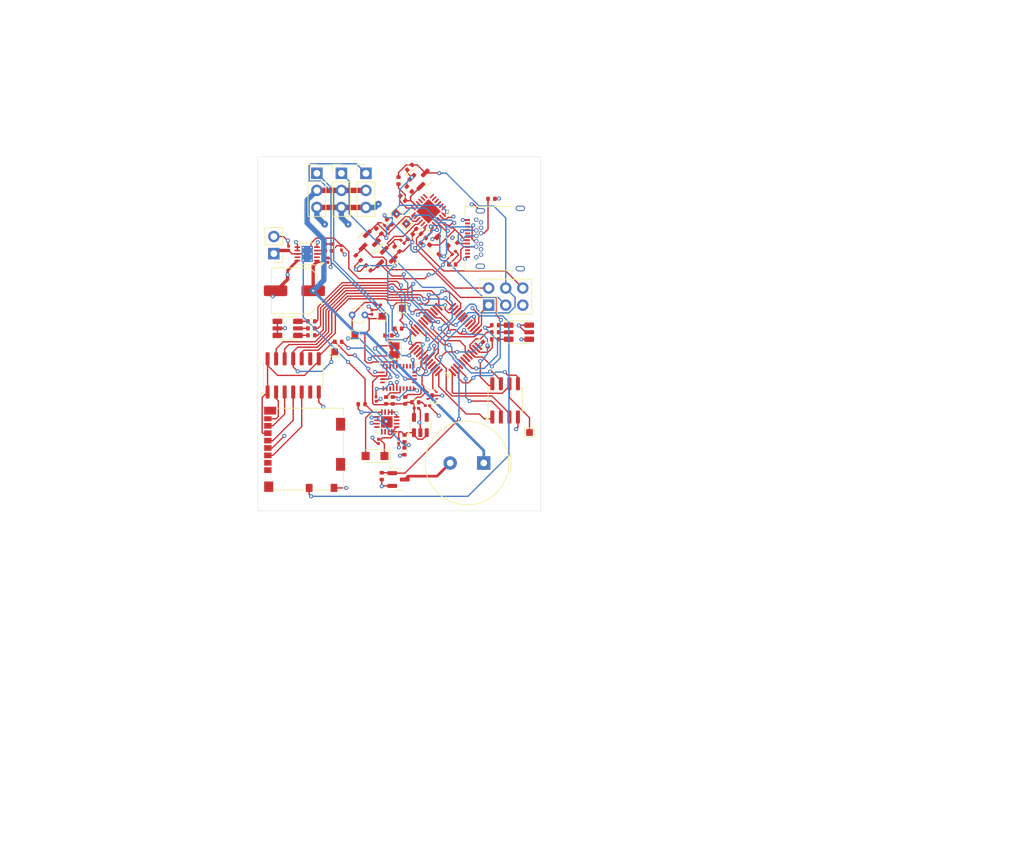
<source format=kicad_pcb>
(kicad_pcb (version 20240108) (generator "pcbnew") (generator_version "8.0")
  (layers (0 "F.Cu" mixed) (1 "In1.Cu" signal) (2 "In2.Cu" signal) (31 "B.Cu" power) (34 "B.Paste" user) (35 "F.Paste" user) (36 "B.SilkS" user "B.Silkscreen") (37 "F.SilkS" user "F.Silkscreen") (38 "B.Mask" user) (39 "F.Mask" user) (44 "Edge.Cuts" user))
  (net 0 "")
  (net 1 "Net-(ADR1-B)")
  (net 2 "GND")
  (net 3 "BATT_IN")
  (net 4 "Net-(U6-XOUT32{slash}CLKSEL1)")
  (net 5 "Net-(U6-XIN32)")
  (net 6 "Net-(L1-Pad1)")
  (net 7 "Net-(D6-K)")
  (net 8 "+3.3V")
  (net 9 "Net-(U6-CAP)")
  (net 10 "Net-(D1-I{slash}O1)")
  (net 11 "Net-(D1-I{slash}O2)")
  (net 12 "Net-(D2-A)")
  (net 13 "Net-(D2-K)")
  (net 14 "Net-(D3-A)")
  (net 15 "Net-(D3-K)")
  (net 16 "Net-(D5-A)")
  (net 17 "Net-(J2-Pin_3)")
  (net 18 "Net-(J2-Pin_2)")
  (net 19 "Net-(J2-Pin_6)")
  (net 20 "UPDI")
  (net 21 "Net-(J3-CMD)")
  (net 22 "Net-(J3-DAT1)")
  (net 23 "Net-(J3-DAT0)")
  (net 24 "CD")
  (net 25 "Net-(J3-CLK)")
  (net 26 "/RX_UPDI")
  (net 27 "TX0")
  (net 28 "RX0")
  (net 29 "Net-(U9-EN)")
  (net 30 "Net-(U9-FB)")
  (net 31 "Net-(U6-~{RST})")
  (net 32 "Net-(U6-ENV_SCL)")
  (net 33 "Net-(U6-ENV_SDA)")
  (net 34 "SDA")
  (net 35 "SCL")
  (net 36 "Net-(U6-~{BOOT})")
  (net 50 "EJEC_SERVO")
  (net 51 "Net-(PORTSIDE_RGB1-RA)")
  (net 52 "PA3{slash}SS")
  (net 53 "PA1{slash}MOSI")
  (net 55 "Net-(PORTSIDE_RGB1-BA)")
  (net 57 "Net-(PORTSIDE_RGB1-GA)")
  (net 61 "D5")
  (net 63 "D6")
  (net 64 "BUZZER")
  (net 66 "WP")
  (net 67 "PA0{slash}MISO")
  (net 68 "Net-(BZ1--)")
  (net 70 "D4")
  (net 73 "HOLD")
  (net 74 "Net-(J1-CC1)")
  (net 75 "Net-(STARBOARD_RGB1-BA)")
  (net 76 "D7")
  (net 79 "Net-(STARBOARD_RGB1-RA)")
  (net 82 "Net-(STARBOARD_RGB1-GA)")
  (net 83 "PA2{slash}SCK")
  (net 84 "PORT_SERVO")
  (net 92 "PS1")
  (net 96 "INT")
  (net 97 "PS0{slash}WAKE")
  (net 102 "STAR_BLUE")
  (net 103 "STAR_SERVO")
  (net 104 "STAR_GREEN")
  (net 105 "PORT_GREEN")
  (net 106 "STAR_RED")
  (net 107 "PORT_RED")
  (net 108 "PORT_BLUE")
  (net 110 "Net-(L1-Pad2)")
  (net 112 "+5V")
  (net 116 "Net-(J1-CC2)")
  (net 119 "/TX_UPDI")
  (net 120 "TEMP_SENSOR")
  (net 127 "Net-(D7-A)")
  (footprint "Jumper:SolderJumper-2_P1.3mm_Bridged2Bar_Pad1.0x1.5mm" (layer "F.Cu") (at 112.9075 112.74 90)
    (property "Reference" "ADR1" (hide yes))
    (property "Value" "~" (hide yes))
  )
  (footprint "Resistor_SMD:R_0402_1005Metric" (layer "F.Cu") (at 117.192785 96.410551 45)
    (property "Reference" "R2" (hide yes))
    (property "Value" "4k7" (hide yes))
  )
  (footprint "Resistor_SMD:R_0402_1005Metric" (layer "F.Cu") (at 100.525 108.45)
    (property "Reference" "R30" (hide yes))
    (property "Value" "220" (hide yes))
  )
  (footprint "Connector_PinHeader_2.54mm:PinHeader_1x03_P2.54mm_Vertical" (layer "F.Cu") (at 105 86.42)
    (property "Reference" "J5" (hide yes))
    (property "Value" "PORTSIDE_SERVO" (hide yes))
  )
  (footprint "LED_SMD:LED_0201_0603Metric" (layer "F.Cu") (at 111.700051 94.436511 -45)
    (property "Reference" "D2" (hide yes))
    (property "Value" "LED" (hide yes))
  )
  (footprint "LED_SMD:LED_0201_0603Metric" (layer "F.Cu") (at 121.743952 98.243952 45)
    (property "Reference" "D7" (hide yes))
    (property "Value" "LED" (hide yes))
  )
  (footprint "Package_QFP:TQFP-48_7x7mm_P0.5mm" (layer "F.Cu") (at 120.5 111.160551 135)
    (property "Reference" "U2" (hide yes))
    (property "Value" "ATmega4809-A" (hide yes))
  )
  (footprint "Package_DFN_QFN:DFN-10-1EP_3x3mm_P0.5mm_EP1.65x2.38mm_ThermalVias" (layer "F.Cu") (at 99.9 98.415 180)
    (property "Reference" "U8" (hide yes))
    (property "Value" "TPS61092" (hide yes))
  )
  (footprint "Package_TO_SOT_SMD:SOT-23" (layer "F.Cu") (at 116.819872 87.023464 45)
    (property "Reference" "Q1" (hide yes))
    (property "Value" "BSS138" (hide yes))
  )
  (footprint "Resistor_SMD:R_0402_1005Metric" (layer "F.Cu") (at 112 110.56 180)
    (property "Reference" "R23" (hide yes))
    (property "Value" "10k" (hide yes))
  )
  (footprint "TestPoint:TestPoint_Pad_1.0x1.0mm" (layer "F.Cu") (at 104 113 180)
    (property "Reference" "TP3" (hide yes))
    (property "Value" "TestPoint" (hide yes))
  )
  (footprint "TestPoint:TestPoint_Pad_1.0x1.0mm" (layer "F.Cu") (at 114.65 93.92 -135)
    (property "Reference" "TP2" (hide yes))
    (property "Value" "TestPoint" (hide yes))
  )
  (footprint "Resistor_SMD:R_0402_1005Metric" (layer "F.Cu") (at 114.139376 90.139376 -45)
    (property "Reference" "R5" (hide yes))
    (property "Value" "0" (hide yes))
  )
  (footprint "Connector_PinHeader_2.54mm:PinHeader_1x03_P2.54mm_Vertical" (layer "F.Cu") (at 101.35 86.42)
    (property "Reference" "J4" (hide yes))
    (property "Value" "STARBOARD_SERVO" (hide yes))
  )
  (footprint "Resistor_SMD:R_0402_1005Metric" (layer "F.Cu") (at 113.283409 97.681177 135)
    (property "Reference" "R10" (hide yes))
    (property "Value" "4k7" (hide yes))
  )
  (footprint "TestPoint:TestPoint_Pad_1.0x1.0mm" (layer "F.Cu") (at 133 125)
    (property "Reference" "TP4" (hide yes))
    (property "Value" "TestPoint" (hide yes))
  )
  (footprint "Resistor_SMD:R_0402_1005Metric" (layer "F.Cu") (at 114.392499 125.885 -90)
    (property "Reference" "R15" (hide yes))
    (property "Value" "100k" (hide yes))
  )
  (footprint "TestPoint:TestPoint_Pad_1.0x1.0mm" (layer "F.Cu") (at 113.19 92.45 -135)
    (property "Reference" "TP1" (hide yes))
    (property "Value" "TestPoint" (hide yes))
  )
  (footprint "Resistor_SMD:R_0402_1005Metric" (layer "F.Cu") (at 127.895 109.03)
    (property "Reference" "R25" (hide yes))
    (property "Value" "220" (hide yes))
  )
  (footprint "TestPoint:TestPoint_Pad_1.0x1.0mm" (layer "F.Cu") (at 111.0375 107.7)
    (property "Reference" "TP6" (hide yes))
    (property "Value" "TestPoint" (hide yes))
  )
  (footprint "Package_DFN_QFN:QFN-16-1EP_3x3mm_P0.5mm_EP1.7x1.7mm" (layer "F.Cu") (at 111.759999 123.435)
    (property "Reference" "U9" (hide yes))
    (property "Value" "MPM3610AGQV-P" (hide yes))
  )
  (footprint "Capacitor_SMD:C_0201_0603Metric" (layer "F.Cu") (at 116.15 121.39)
    (property "Reference" "C6" (hide yes))
    (property "Value" "1u" (hide yes))
  )
  (footprint "Resistor_SMD:R_0402_1005Metric" (layer "F.Cu") (at 115.262785 95.830551 -135)
    (property "Reference" "R3" (hide yes))
    (property "Value" "330" (hide yes))
  )
  (footprint "Capacitor_SMD:C_0201_0603Metric" (layer "F.Cu") (at 103 99.345 90)
    (property "Reference" "C9" (hide yes))
    (property "Value" "2u2" (hide yes))
  )
  (footprint "Buzzer_Beeper:Buzzer_TDK_PS1240P02BT_D12.2mm_H6.5mm" (layer "F.Cu") (at 126.190785 129.54 180)
    (property "Reference" "BZ1" (hide yes))
    (property "Value" "Buzzer" (hide yes))
  )
  (footprint "Package_TO_SOT_SMD:SOT-23" (layer "F.Cu") (at 113.5 132)
    (property "Reference" "Q4" (hide yes))
    (property "Value" "BSS138" (hide yes))
  )
  (footprint "Resistor_SMD:R_0402_1005Metric" (layer "F.Cu") (at 104.5375 111.5)
    (property "Reference" "R24" (hide yes))
    (property "Value" "10k" (hide yes))
  )
  (footprint "Capacitor_SMD:C_0201_0603Metric" (layer "F.Cu") (at 97.14 97.585 90)
    (property "Reference" "C8" (hide yes))
    (property "Value" "10u" (hide yes))
  )
  (footprint "Resistor_SMD:R_0402_1005Metric" (layer "F.Cu") (at 127.895 110.07)
    (property "Reference" "R26" (hide yes))
    (property "Value" "220" (hide yes))
  )
  (footprint "Resistor_SMD:R_0402_1005Metric" (layer "F.Cu") (at 103.56 97.455 -90)
    (property "Reference" "R33" (hide yes))
    (property "Value" "5m" (hide yes))
  )
  (footprint "Capacitor_SMD:C_0201_0603Metric" (layer "F.Cu") (at 110.5 106)
    (property "Reference" "C3" (hide yes))
    (property "Value" "22p" (hide yes))
  )
  (footprint "Resistor_SMD:R_0402_1005Metric" (layer "F.Cu") (at 111 131.5 -90)
    (property "Reference" "R34" (hide yes))
    (property "Value" "2k2" (hide yes))
  )
  (footprint "Inductor_SMD:L_0402_1005Metric" (layer "F.Cu") (at 102.56 97.435001 -90)
    (property "Reference" "L1" (hide yes))
    (property "Value" "6u8" (hide yes))
  )
  (footprint "Capacitor_SMD:C_0201_0603Metric" (layer "F.Cu") (at 110.1475 120.015 -90)
    (property "Reference" "C7" (hide yes))
    (property "Value" "0u1" (hide yes))
  )
  (footprint "Diode_SMD:Nexperia_CFP3_SOD-123W" (layer "F.Cu") (at 110 128.5 180)
    (property "Reference" "D6" (hide yes))
    (property "Value" "PMEG6020ER" (hide yes))
  )
  (footprint "Resistor_SMD:R_0402_1005Metric" (layer "F.Cu") (at 109 100.5 -45)
    (property "Reference" "R13" (hide yes))
    (property "Value" "4k7" (hide yes))
  )
  (footprint "Resistor_SMD:R_0402_1005Metric" (layer "F.Cu") (at 116 120.5)
    (property "Reference" "R17" (hide yes))
    (property "Value" "330R" (hide yes))
  )
  (footprint "Package_LGA:LGA-28_5.2x3.8mm_P0.5mm" (layer "F.Cu") (at 113.5 116.8)
    (property "Reference" "U6" (hide yes))
    (property "Value" "BNO086" (hide yes))
  )
  (footprint "Resistor_SMD:R_0402_1005Metric" (layer "F.Cu") (at 127.332785 90.210551)
    (property "Reference" "R32" (hide yes))
    (property "Value" "5k1" (hide yes))
  )
  (footprint "Resistor_SMD:R_0402_1005Metric" (layer "F.Cu") (at 110.58459 95.018107 135)
    (property "Reference" "R9" (hide yes))
    (property "Value" "4k7" (hide yes))
  )
  (footprint "LED_SMD:LED_ROHM_SMLVN6" (layer "F.Cu") (at 131.425 110.07)
    (property "Reference" "STARBOARD_RGB1" (hide yes))
    (property "Value" "SMLVN6RGB" (hide yes))
  )
  (footprint "MountingHole:MountingHole_2.1mm" (layer "F.Cu") (at 95.5 87)
    (property "Reference" "REF**" (hide yes))
    (property "Value" "MountingHole_2.1mm" (hide yes))
  )
  (footprint "Capacitor_SMD:C_0201_0603Metric" (layer "F.Cu") (at 109.53 107.07 90)
    (property "Reference" "C2" (hide yes))
    (property "Value" "22p" (hide yes))
  )
  (footprint "Resistor_SMD:R_0402_1005Metric" (layer "F.Cu") (at 111.6475 120.23 -90)
    (property "Reference" "R18" (hide yes))
    (property "Value" "10k" (hide yes))
  )
  (footprint "Resistor_SMD:R_0402_1005Metric" (layer "F.Cu") (at 126.430624 111.890624 135)
    (property "Reference" "R21" (hide yes))
    (property "Value" "2k2" (hide yes))
  )
  (footprint "Package_TO_SOT_SMD:HVSOF5" (layer "F.Cu") (at 118.500001 119.5 180)
    (property "Reference" "U5" (hide yes))
    (property "Value" "BD1020HFV" (hide yes))
  )
  (footprint "Resistor_SMD:R_0402_1005Metric" (layer "F.Cu") (at 113.450001 109.53)
    (property "Reference" "R22" (hide yes))
    (property "Value" "2k2" (hide yes))
  )
  (footprint "Package_SO:SOIC-8_3.9x4.9mm_P1.27mm" (layer "F.Cu") (at 129.370192 120.221196 90)
    (property "Reference" "U3" (hide yes))
    (property "Value" "AT25DF641A-SH-T" (hide yes))
  )
  (footprint "LED_SMD:LED_0201_0603Metric" (layer "F.Cu") (at 114.085973 96.602837 -45)
    (property "Reference" "D3" (hide yes))
    (property "Value" "LED" (hide yes))
  )
  (footprint "Resistor_SMD:R_0402_1005Metric" (layer "F.Cu") (at 112.161438 93.653391 -45)
    (property "Reference" "R4" (hide yes))
    (property "Value" "330" (hide yes))
  )
  (footprint "Connector_USB:USB_C_Receptacle_Amphenol_12401548E4-2A" (layer "F.Cu") (at 128.792785 96.120551 90)
    (property "Reference" "J1" (hide yes))
    (property "Value" "USB_C_Receptacle_USB2.0_16P" (hide yes))
  )
  (footprint "Crystal:Crystal_C26-LF_D2.1mm_L6.5mm_Vertical" (layer "F.Cu") (at 108.5 107.5 180)
    (property "Reference" "Y1" (hide yes))
    (property "Value" "32.768kHz" (hide yes))
  )
  (footprint "Resistor_SMD:R_0402_1005Metric" (layer "F.Cu") (at 113.5 87.5 90)
    (property "Reference" "R8" (hide yes))
    (property "Value" "DNP" (hide yes))
  )
  (footprint "Capacitor_SMD:C_0201_0603Metric" (layer "F.Cu") (at 110.512499 126.325 -90)
    (property "Reference" "C11" (hide yes))
    (property "Value" "1u" (hide yes))
  )
  (footprint "Resistor_SMD:R_0402_1005Metric" (layer "F.Cu") (at 121.5 100)
    (property "Reference" "R35" (hide yes))
    (property "Value" "R220" (hide yes))
  )
  (footprint "Resistor_SMD:R_0402_1005Metric" (layer "F.Cu") (at 100.535 110.53)
    (property "Reference" "R28" (hide yes))
    (property "Value" "220" (hide yes))
  )
  (footprint "Capacitor_SMD:C_0201_0603Metric" (layer "F.Cu") (at 105 97.5 -90)
    (property "Reference" "C4" (hide yes))
    (property "Value" "22u" (hide yes))
  )
  (footprint "Resistor_SMD:R_0402_1005Metric" (layer "F.Cu") (at 112.6475 120.23 -90)
    (property "Reference" "R19" (hide yes))
    (property "Value" "4k7" (hide yes))
  )
  (footprint "Resistor_SMD:R_0402_1005Metric" (layer "F.Cu") (at 100.525 109.5)
    (property "Reference" "R29" (hide yes))
    (property "Value" "220" (hide yes))
  )
  (footprint "Resistor_SMD:R_0402_1005Metric" (layer "F.Cu") (at 115.16 85.53 45)
    (property "Reference" "R7" (hide yes))
    (property "Value" "4k7" (hide yes))
  )
  (footprint "Resistor_SMD:R_0402_1005Metric" (layer "F.Cu") (at 108.01 120.785 180)
    (property "Reference" "R14" (hide yes))
    (property "Value" "100k" (hide yes))
  )
  (footprint "Resistor_SMD:R_0402_1005Metric" (layer "F.Cu") (at 114.5 120.23 -90)
    (property "Reference" "R20" (hide yes))
    (property "Value" "4k7" (hide yes))
  )
  (footprint "Package_TO_SOT_SMD:SOT-23" (layer "F.Cu") (at 108.871625 96.745215 -135)
    (property "Reference" "Q3" (hide yes))
    (property "Value" "BSS138" (hide yes))
  )
  (footprint "Package_SO:SOIC-14_3.9x8.7mm_P1.27mm" (layer "F.Cu") (at 97.82 116.5 90)
    (property "Reference" "U7" (hide yes))
    (property "Value" "TXB0104D" (hide yes))
  )
  (footprint "LED_SMD:LED_0201_0603Metric" (layer "F.Cu") (at 117.82 121 180)
    (property "Reference" "D5" (hide yes))
    (property "Value" "GREEN" (hide yes))
  )
  (footprint "Resistor_SMD:R_0402_1005Metric" (layer "F.Cu") (at 115.102785 88.760551 -45)
    (property "Reference" "R6" (hide yes))
    (property "Value" "4k7" (hide yes))
  )
  (footprint "Resistor_SMD:R_0402_1005Metric" (layer "F.Cu") (at 116.502161 95.039927 -45)
    (property "Reference" "R11" (hide yes))
    (property "Value" "4k7" (hide yes))
  )
  (footprint "Capacitor_SMD:CP_Elec_6.3x5.4" (layer "F.Cu") (at 98 103.9 180)
    (property "Reference" "C10" (hide yes))
    (property "Value" "100u" (hide yes))
  )
  (footprint "TestPoint:TestPoint_Pad_1.0x1.0mm" (layer "F.Cu") (at 107 110.5)
    (property "Reference" "TP5" (hide yes))
    (property "Value" "TestPoint" (hide yes))
  )
  (footprint "Package_TO_SOT_SMD:SOT-23-5" (layer "F.Cu") (at 116.75 123.89 90)
    (property "Reference" "U4" (hide yes))
    (property "Value" "AP2112K-3.3" (hide yes))
  )
  (footprint "Resistor_SMD:R_0402_1005Metric" (layer "F.Cu") (at 114.382499 127.795 -90)
    (property "Reference" "R16" (hide yes))
    (property "Value" "19k1" (hide yes))
  )
  (footprint "LED_SMD:LED_ROHM_SMLVN6" (layer "F.Cu") (at 97 109.5 180)
    (property "Reference" "PORTSIDE_RGB1" (hide yes))
    (property "Value" "SMLVN6RGB" (hide yes))
  )
  (footprint "Connector_PinHeader_2.54mm:PinHeader_1x03_P2.54mm_Vertical" (layer "F.Cu") (at 108.65 86.425)
    (property "Reference" "J7" (hide yes))
    (property "Value" "EJECTION_SERVO" (hide yes))
  )
  (footprint "Package_TO_SOT_SMD:SOT-23" (layer "F.Cu") (at 111.37422 99.208525 -135)
    (property "Reference" "Q2" (hide yes))
    (property "Value" "BSS138" (hide yes))
  )
  (footprint "MountingHole:MountingHole_2.1mm" (layer "F.Cu") (at 131.5 87)
    (property "Reference" "REF**" (hide yes))
    (property "Value" "MountingHole_2.1mm" (hide yes))
  )
  (footprint "Package_DFN_QFN:QFN-24-1EP_4x4mm_P0.5mm_EP2.6x2.6mm" (layer "F.Cu") (at 117.969542 92.077346 -135)
    (property "Reference" "U1" (hide yes))
    (property "Value" "ATSAMD11D14A-M" (hide yes))
  )
  (footprint "Connector_PinHeader_2.54mm:PinHeader_1x02_P2.54mm_Vertical" (layer "F.Cu") (at 94.94 98.37 180)
    (property "Reference" "J6" (hide yes))
    (property "Value" "Battery In" (hide yes))
  )
  (footprint "MountingHole:MountingHole_2.1mm" (layer "F.Cu") (at 131.5 134)
    (property "Reference" "REF**" (hide yes))
    (property "Value" "MountingHole_2.1mm" (hide yes))
  )
  (footprint "Resistor_SMD:R_0402_1005Metric" (layer "F.Cu") (at 107.5 99 135)
    (property "Reference" "R12" (hide yes))
    (property "Value" "4k7" (hide yes))
  )
  (footprint "Connector_Card:microSD_HC_Molex_104031-0811" (layer "F.Cu") (at 99.5 127.5 90)
    (property "Reference" "J3" (hide yes))
    (property "Value" "Micro_SD_Card_Det1" (hide yes))
  )
  (footprint "TestPoint:TestPoint_Pad_1.0x1.0mm" (layer "F.Cu") (at 114.067215 106.5)
    (property "Reference" "TP7" (hide yes))
    (property "Value" "TestPoint" (hide yes))
  )
  (footprint "Resistor_SMD:R_0402_1005Metric" (layer "F.Cu") (at 127.895 111.12)
    (property "Reference" "R27" (hide yes))
    (property "Value" "220" (hide yes))
  )
  (footprint "Capacitor_SMD:C_0201_0603Metric" (layer "F.Cu") (at 113.522499 126.3 -90)
    (property "Reference" "C5" (hide yes))
    (property "Value" "22u" (hide yes))
  )
  (footprint "Package_TO_SOT_SMD:SOT-143" (layer "F.Cu") (at 119.502784 97.110552 -45)
    (property "Reference" "D1" (hide yes))
    (property "Value" "PRTR5V0U2X" (hide yes))
  )
  (footprint "Resistor_SMD:R_0402_1005Metric" (layer "F.Cu") (at 121.882785 96.370551 135)
    (property "Reference" "R31" (hide yes))
    (property "Value" "5k1" (hide yes))
  )
  (footprint "Connector_PinHeader_2.54mm:PinHeader_2x03_P2.54mm_Vertical" (layer "F.Cu") (at 126.92 106.04 90)
    (property "Reference" "J2" (hide yes))
    (property "Value" "Conn_02x03_Pin" (hide yes))
  )
  (gr_rect (start 92.562785 83.970551) (end 134.652785 136.670551) (stroke (width 0.05)) (fill none) (layer "Edge.Cuts"))
  (segment (start 112.0675 111.25) (end 111.9575 111.14) (width 0.2) (layer "F.Cu") (net 1))
  (segment (start 114.55 117.05) (end 114.5 117) (width 0.2) (layer "F.Cu") (net 1))
  (segment (start 112.1275 111.31) (end 112.0675 111.25) (width 0.2) (layer "F.Cu") (net 1))
  (segment (start 111.94 110.5825) (end 111.94 110.6) (width 0.2) (layer "F.Cu") (net 1))
  (segment (start 110 112.5) (end 110.41 112.09) (width 0.2) (layer "F.Cu") (net 1))
  (segment (start 111.9575 111.14) (end 111.9575 110.6) (width 0.2) (layer "F.Cu") (net 1))
  (segment (start 111.49 110.56) (end 111.9175 110.56) (width 0.2) (layer "F.Cu") (net 1))
  (segment (start 110.41 112.09) (end 112.9075 112.09) (width 0.2) (layer "F.Cu") (net 1))
  (segment (start 111.9175 110.56) (end 111.94 110.5825) (width 0.2) (layer "F.Cu") (net 1))
  (segment (start 112.1275 111.31) (end 112.9075 112.09) (width 0.2) (layer "F.Cu") (net 1))
  (segment (start 115.8875 117.05) (end 114.55 117.05) (width 0.2) (layer "F.Cu") (net 1))
  (via (at 110 112.5) (size 0.6) (drill 0.3) (layers "F.Cu" "B.Cu") (net 1))
  (via (at 114.5 117) (size 0.6) (drill 0.3) (layers "F.Cu" "B.Cu") (net 1))
  (segment (start 114.5 117) (end 110 112.5) (width 0.2) (layer "B.Cu") (net 1))
  (segment (start 124.736774 91.04454) (end 124.39546 91.04454) (width 0.2) (layer "F.Cu") (net 2))
  (segment (start 95.475 108.45) (end 95.475 110.55) (width 0.2) (layer "F.Cu") (net 2))
  (segment (start 111.05 132.95) (end 111 133) (width 0.2) (layer "F.Cu") (net 2))
  (segment (start 110.3125 126.645) (end 109.632499 125.964999) (width 0.2) (layer "F.Cu") (net 2))
  (segment (start 113.039999 121.9725) (end 113.162499 122.095) (width 0.2) (layer "F.Cu") (net 2))
  (segment (start 123.69504 98.870551) (end 123.385591 99.18) (width 0.2) (layer "F.Cu") (net 2))
  (segment (start 95.2 104.31) (end 95.2 104) (width 0.5) (layer "F.Cu") (net 2))
  (segment (start 103.91 133.25) (end 103.9 133.24) (width 0.2) (layer "F.Cu") (net 2))
  (segment (start 103.5 99.325001) (end 103.5 100.25) (width 0.2) (layer "F.Cu") (net 2))
  (segment (start 120.171744 93.218888) (end 119.869891 92.917036) (width 0.2) (layer "F.Cu") (net 2))
  (segment (start 116.687519 107.142481) (end 116.37 107.46) (width 0.2) (layer "F.Cu") (net 2))
  (segment (start 98.45 97.915) (end 98.45 97.415) (width 0.2) (layer "F.Cu") (net 2))
  (segment (start 94.695 127.305) (end 96.5 125.5) (width 0.2) (layer "F.Cu") (net 2))
  (segment (start 97.05 97.175) (end 97.14 97.265) (width 0.2) (layer "F.Cu") (net 2))
  (segment (start 121.688001 92.866731) (end 121.57437 92.980362) (width 0.2) (layer "F.Cu") (net 2))
  (segment (start 94.05 127.305) (end 94.695 127.305) (width 0.2) (layer "F.Cu") (net 2))
  (segment (start 109.654412 113.6) (end 112.6975 113.6) (width 0.2) (layer "F.Cu") (net 2))
  (segment (start 109.53 106.75) (end 109.53 106.71) (width 0.2) (layer "F.Cu") (net 2))
  (segment (start 123.772785 98.870551) (end 123.69504 98.870551) (width 0.2) (layer "F.Cu") (net 2))
  (segment (start 116.75 123.39) (end 116.75 121.67) (width 0.2) (layer "F.Cu") (net 2))
  (segment (start 125.450545 107.441798) (end 125.450545 108.68488) (width 0.2) (layer "F.Cu") (net 2))
  (segment (start 118.14 121.14) (end 119.5 122.5) (width 0.2) (layer "F.Cu") (net 2))
  (segment (start 101.63 120.49) (end 102.31 121.17) (width 0.2) (layer "F.Cu") (net 2))
  (segment (start 124.502415 106.493668) (end 125.450545 107.441798) (width 0.2) (layer "F.Cu") (net 2))
  (segment (start 123.069376 93.370551) (end 123.06753 93.368705) (width 0.2) (layer "F.Cu") (net 2))
  (segment (start 109.632499 125.964999) (end 109.632499 125.7675) (width 0.2) (layer "F.Cu") (net 2))
  (segment (start 118.000002 119.999999) (end 118.500001 119.5) (width 0.2) (layer "F.Cu") (net 2))
  (segment (start 118.086998 107.686889) (end 117.54259 107.142481) (width 0.2) (layer "F.Cu") (net 2))
  (segment (start 111 132.009999) (end 111 133) (width 0.2) (layer "F.Cu") (net 2))
  (segment (start 110.512499 126.645) (end 110.3125 126.645) (width 0.2) (layer "F.Cu") (net 2))
  (segment (start 108.645 91.5) (end 108.65 91.505) (width 0.2) (layer "F.Cu") (net 2))
  (segment (start 101.35 91.5) (end 108.645 91.5) (width 0.8) (layer "F.Cu") (net 2))
  (segment (start 98.45 99.415) (end 97 100.865) (width 0.4) (layer "F.Cu") (net 2))
  (segment (start 132.95 109.02) (end 131.45 109.02) (width 0.2) (layer "F.Cu") (net 2))
  (segment (start 110.82 106) (end 110.82 106.199999) (width 0.2) (layer "F.Cu") (net 2))
  (segment (start 113.522499 127.195) (end 113.542499 127.215) (width 0.2) (layer "F.Cu") (net 2))
  (segment (start 118.813342 113.200763) (end 117.733445 114.28066) (width 0.2) (layer "F.Cu") (net 2))
  (segment (start 118.14 121) (end 118.14 121.14) (width 0.2) (layer "F.Cu") (net 2))
  (segment (start 113.222499 122.155) (end 113.162499 122.095) (width 0.2) (layer "F.Cu") (net 2))
  (segment (start 132.95 111.12) (end 131.8 111.12) (width 0.2) (layer "F.Cu") (net 2))
  (segment (start 110.682499 120) (end 110.347499 120.335) (width 0.2) (layer "F.Cu") (net 2))
  (segment (start 110.269999 106.75) (end 109.53 106.75) (width 0.2) (layer "F.Cu") (net 2))
  (segment (start 112.009999 121.9725) (end 113.039999 121.9725) (width 0.2) (layer "F.Cu") (net 2))
  (segment (start 109.592499 123.685) (end 109.492499 123.585) (width 0.2) (layer "F.Cu") (net 2))
  (segment (start 117.54259 107.142481) (end 116.687519 107.142481) (width 0.2) (layer "F.Cu") (net 2))
  (segment (start 97.05 96.425) (end 97.05 97.175) (width 0.2) (layer "F.Cu") (net 2))
  (segment (start 110.347499 120.335) (end 110.1475 120.335) (width 0.2) (layer "F.Cu") (net 2))
  (segment (start 113.25 118.6625) (end 113.25 117.5) (width 0.2) (layer "F.Cu") (net 2))
  (segment (start 96.57 109.5) (end 96.6 109.47) (width 0.2) (layer "F.Cu") (net 2))
  (segment (start 118.500001 119.5) (end 120 119.5) (width 0.2) (layer "F.Cu") (net 2))
  (segment (start 109.202941 114.051471) (end 109.654412 113.6) (width 0.2) (layer "F.Cu") (net 2))
  (segment (start 97 102.2) (end 97 101.5) (width 0.5) (layer "F.Cu") (net 2))
  (segment (start 96.955 96.425) (end 96.36 95.83) (width 0.2) (layer "F.Cu") (net 2))
  (segment (start 131.275192 124.224808) (end 131 124.5) (width 0.2) (layer "F.Cu") (net 2))
  (segment (start 125.450545 108.68488) (end 124.680769 109.454656) (width 0.2) (layer "F.Cu") (net 2))
  (segment (start 110.05 116.05) (end 110 116) (width 0.2) (layer "F.Cu") (net 2))
  (segment (start 113.522499 126.62) (end 113.522499 127.195) (width 0.2) (layer "F.Cu") (net 2))
  (segment (start 120.640325 93.218889) (end 120.171744 93.218888) (width 0.2) (layer "F.Cu") (net 2))
  (segment (start 118.702785 96.220551) (end 118.562785 96.220551) (width 0.2) (layer "F.Cu") (net 2))
  (segment (start 96.36 95.83) (end 94.94 95.83) (width 0.2) (layer "F.Cu") (net 2))
  (segment (start 102.098051 98.415) (end 102.708051 99.025) (width 0.2) (layer "F.Cu") (net 2))
  (segment (start 117.825001 119.999999) (end 118.000002 119.999999) (width 0.2) (layer "F.Cu") (net 2))
  (segment (start 105.72 133.25) (end 103.91 133.25) (width 0.2) (layer "F.Cu") (net 2))
  (segment (start 103 99.025) (end 103.199999 99.025) (width 0.2) (layer "F.Cu") (net 2))
  (segment (start 101.35 98.415) (end 102.098051 98.415) (width 0.2) (layer "F.Cu") (net 2))
  (segment (start 121.57437 92.980362) (end 120.878852 92.980362) (width 0.2) (layer "F.Cu") (net 2))
  (segment (start 101.35 97.415) (end 101.35 96.805) (width 0.2) (layer "F.Cu") (net 2))
  (segment (start 97 100.865) (end 97 101.5) (width 0.4) (layer "F.Cu") (net 2))
  (segment (start 103.199999 99.025) (end 103.5 99.325001) (width 0.2) (layer "F.Cu") (net 2))
  (segment (start 95.2 104) (end 97 102.2) (width 0.5) (layer "F.Cu") (net 2))
  (segment (start 116.75 123.39) (end 116.75 125.0275) (width 0.2) (layer "F.Cu") (net 2))
  (segment (start 110.297499 123.685) (end 109.592499 123.685) (width 0.2) (layer "F.Cu") (net 2))
  (segment (start 110.82 106.199999) (end 110.269999 106.75) (width 0.2) (layer "F.Cu") (net 2))
  (segment (start 131.8 111.12) (end 131.79 111.13) (width 0.2) (layer "F.Cu") (net 2))
  (segment (start 118.813342 112.090188) (end 118.813342 113.200763) (width 0.2) (layer "F.Cu") (net 2))
  (segment (start 98.45 96.865) (end 98.25 96.665) (width 0.2) (layer "F.Cu") (net 2))
  (segment (start 112.5625 132.95) (end 111.05 132.95) (width 0.2) (layer "F.Cu") (net 2))
  (segment (start 119.050222 95.873114) (end 118.702785 96.220551) (width 0.2) (layer "F.Cu") (net 2))
  (segment (start 131.45 109.02) (end 131.4 109.07) (width 0.2) (layer "F.Cu") (net 2))
  (segment (start 113.222499 122.685) (end 113.222499 122.155) (width 0.2) (layer "F.Cu") (net 2))
  (segment (start 105 98) (end 105.5 98.5) (width 0.2) (layer "F.Cu") (net 2))
  (segment (start 123.772785 93.370551) (end 123.069376 93.370551) (width 0.2) (layer "F.Cu") (net 2))
  (segment (start 113.862499 128.305) (end 113.712499 128.455) (width 0.2) (layer "F.Cu") (net 2))
  (segment (start 128.452785 90.170551) (end 127.882784 90.170551) (width 0.2) (layer "F.Cu") (net 2))
  (segment (start 110.827501 120) (end 110.682499 120) (width 0.2) (layer "F.Cu") (net 2))
  (segment (start 120.878852 92.980362) (end 120.640325 93.218889) (width 0.2) (layer "F.Cu") (net 2))
  (segment (start 105 97.82) (end 105 98) (width 0.2) (layer "F.Cu") (net 2))
  (segment (start 112.9075 113.39) (end 113.25 113.7325) (width 0.2) (layer "F.Cu") (net 2))
  (segment (start 97.05 96.425) (end 96.955 96.425) (width 0.2) (layer "F.Cu") (net 2))
  (segment (start 102.708051 99.025) (end 103 99.025) (width 0.2) (layer "F.Cu") (net 2))
  (segment (start 103.5 100.25) (end 103.392892 100.357108) (width 0.2) (layer "F.Cu") (net 2))
  (segment (start 119.326008 95.873114) (end 119.050222 95.873114) (width 0.2) (layer "F.Cu") (net 2))
  (segment (start 113.25 113.7325) (end 113.25 115.1375) (width 0.2) (layer "F.Cu") (net 2))
  (segment (start 127.882784 90.170551) (end 127.842784 90.210551) (width 0.2) (layer "F.Cu") (net 2))
  (segment (start 114.382499 128.305) (end 113.862499 128.305) (width 0.2) (layer "F.Cu") (net 2))
  (segment (start 98.45 97.414999) (end 98.45 96.865) (width 0.2) (layer "F.Cu") (net 2))
  (segment (start 101.35 96.805) (end 101.49 96.665) (width 0.2) (layer "F.Cu") (net 2))
  (segment (start 131.275192 122.696196) (end 131.275192 124.224808) (width 0.2) (layer "F.Cu") (net 2))
  (segment (start 132.4 110.07) (end 131.4 109.07) (width 0.2) (layer "F.Cu") (net 2))
  (segment (start 101.63 118.975) (end 101.63 120.49) (width 0.2) (layer "F.Cu") (net 2))
  (segment (start 125.682785 91.990551) (end 124.736774 91.04454) (width 0.2) (layer "F.Cu") (net 2))
  (segment (start 132.95 110.07) (end 132.4 110.07) (width 0.2) (layer "F.Cu") (net 2))
  (segment (start 95.475 109.5) (end 96.57 109.5) (width 0.2) (layer "F.Cu") (net 2))
  (segment (start 111.1125 116.05) (end 110.05 116.05) (width 0.2) (layer "F.Cu") (net 2))
  (segment (start 118.562785 96.220551) (end 118.552785 96.210551) (width 0.2) (layer "F.Cu") (net 2))
  (segment (start 112.6975 113.6) (end 112.9075 113.39) (width 0.2) (layer "F.Cu") (net 2))
  (segment (start 116.75 121.67) (end 116.47 121.39) (width 0.2) (layer "F.Cu") (net 2))
  (segment (start 109.53 106.71) (end 109.06 106.24) (width 0.2) (layer "F.Cu") (net 2))
  (segment (start 94.76 104.75) (end 95.2 104.31) (width 0.5) (layer "F.Cu") (net 2))
  (via (at 97 101.5) (size 0.6) (drill 0.3) (layers "F.Cu" "B.Cu") (net 2))
  (via (at 110.5 91) (size 1) (drill 0.3) (layers "F.Cu" "B.Cu") (net 2))
  (via (at 131 124.5) (size 0.6) (drill 0.3) (layers "F.Cu" "B.Cu") (net 2))
  (via (at 121.688001 92.866731) (size 0.6) (drill 0.3) (layers "F.Cu" "B.Cu") (net 2))
  (via (at 102.31 121.17) (size 0.6) (drill 0.3) (layers "F.Cu" "B.Cu") (net 2))
  (via (at 110 116) (size 0.6) (drill 0.3) (layers "F.Cu" "B.Cu") (net 2))
  (via (at 101.49 96.665) (size 0.6) (drill 0.3) (layers "F.Cu" "B.Cu") (net 2))
  (via (at 109.202941 114.051471) (size 0.6) (drill 0.3) (layers "F.Cu" "B.Cu") (net 2))
  (via (at 131.4 109.07) (size 0.6) (drill 0.3) (layers "F.Cu" "B.Cu") (net 2))
  (via (at 120 119.5) (size 0.6) (drill 0.3) (layers "F.Cu" "B.Cu") (net 2))
  (via (at 124.39546 91.04454) (size 0.6) (drill 0.3) (layers "F.Cu" "B.Cu") (net 2))
  (via (at 131.79 111.13) (size 0.6) (drill 0.3) (layers "F.Cu" "B.Cu") (net 2))
  (via (at 116.37 107.46) (size 0.6) (drill 0.3) (layers "F.Cu" "B.Cu") (net 2))
  (via (at 113.542499 127.215) (size 0.6) (drill 0.3) (layers "F.Cu" "B.Cu") (net 2))
  (via (at 106 94) (size 1) (drill 0.3) (layers "F.Cu" "B.Cu") (net 2))
  (via (at 103.392892 100.357108) (size 0.6) (drill 0.3) (layers "F.Cu" "B.Cu") (net 2))
  (via (at 113.162499 122.095) (size 0.6) (drill 0.3) (layers "F.Cu" "B.Cu") (net 2))
  (via (at 102.5 94) (size 1) (drill 0.3) (layers "F.Cu" "B.Cu") (net 2))
  (via (at 119.5 122.5) (size 0.6) (drill 0.3) (layers "F.Cu" "B.Cu") (net 2))
  (via (at 94.76 104.75) (size 0.6) (drill 0.3) (layers "F.Cu" "B.Cu") (net 2))
  (via (at 123.06753 93.368705) (size 0.6) (drill 0.3) (layers "F.Cu" "B.Cu") (net 2))
  (via (at 118.552785 96.210551) (size 0.6) (drill 0.3) (layers "F.Cu" "B.Cu") (net 2))
  (via (at 123.385591 99.18) (size 0.6) (drill 0.3) (layers "F.Cu" "B.Cu") (net 2))
  (via (at 109.06 106.24) (size 0.6) (drill 0.3) (layers "F.Cu" "B.Cu") (net 2))
  (via (at 111 133) (size 0.6) (drill 0.3) (layers "F.Cu" "B.Cu") (net 2))
  (via (at 98.25 96.665) (size 0.6) (drill 0.3) (layers "F.Cu" "B.Cu") (net 2))
  (via (at 118.813342 112.090188) (size 0.6) (drill 0.3) (layers "F.Cu" "B.Cu") (net 2))
  (via (at 124.502415 106.493668) (size 0.6) (drill 0.3) (layers "F.Cu" "B.Cu") (net 2))
  (via (at 97.05 96.425) (size 0.6) (drill 0.3) (layers "F.Cu" "B.Cu") (net 2))
  (via (at 96.5 125.5) (size 0.6) (drill 0.3) (layers "F.Cu" "B.Cu") (net 2))
  (via (at 128.452785 90.170551) (size 0.6) (drill 0.3) (layers "F.Cu" "B.Cu") (net 2))
  (via (at 116.6 123.5) (size 0.6) (drill 0.3) (layers "F.Cu" "B.Cu") (net 2))
  (via (at 105.5 98.5) (size 0.6) (drill 0.3) (layers "F.Cu" "B.Cu") (net 2))
  (via (at 113.712499 128.455) (size 0.6) (drill 0.3) (layers "F.Cu" "B.Cu") (net 2))
  (via (at 121.522161 96.009927) (size 0.6) (drill 0.3) (layers "F.Cu" "B.Cu") (net 2))
  (via (at 110.827501 120) (size 0.6) (drill 0.3) (layers "F.Cu" "B.Cu") (net 2))
  (via (at 96.6 109.47) (size 0.6) (drill 0.3) (layers "F.Cu" "B.Cu") (net 2))
  (via (at 109.492499 123.585) (size 0.6) (drill 0.3) (layers "F.Cu" "B.Cu") (net 2))
  (via (at 109.632499 125.7675) (size 0.6) (drill 0.3) (layers "F.Cu" "B.Cu") (net 2))
  (via (at 105.72 133.25) (size 0.6) (drill 0.3) (layers "F.Cu" "B.Cu") (net 2))
  (via (at 113.25 117.5) (size 0.6) (drill 0.3) (layers "F.Cu" "B.Cu") (net 2))
  (segment (start 105 93) (end 106 94) (width 0.8) (layer "B.Cu") (net 2))
  (segment (start 108.65 91.505) (end 109.995 91.505) (width 0.8) (layer "B.Cu") (net 2))
  (segment (start 109.995 91.505) (end 110.5 91) (width 0.8) (layer "B.Cu") (net 2))
  (segment (start 101.35 91.5) (end 101.35 92.85) (width 0.8) (layer "B.Cu") (net 2))
  (segment (start 101.35 92.85) (end 102.5 94) (width 0.8) (layer "B.Cu") (net 2))
  (segment (start 105 91.5) (end 105 93) (width 0.8) (layer "B.Cu") (net 2))
  (segment (start 123.172785 97.370551) (end 123.772784 97.370551) (width 0.2) (layer "F.Cu") (net 3))
  (segment (start 105 97.18) (end 103.885 96.065) (width 0.2) (layer "F.Cu") (net 3))
  (segment (start 105 97.18) (end 104.344999 97.18) (width 0.2) (layer "F.Cu") (net 3))
  (segment (start 97.65 98.415) (end 97.14 97.905) (width 0.2) (layer "F.Cu") (net 3))
  (segment (start 101.241471 96.065) (end 100.474999 96.831472) (width 0.2) (layer "F.Cu") (net 3))
  (segment (start 120.123412 99.864492) (end 121.517678 98.470226) (width 0.2) (layer "F.Cu") (net 3))
  (segment (start 120.881642 97.83419) (end 120.881642 97.145907) (width 0.2) (layer "F.Cu") (net 3))
  (segment (start 125.032785 97.370551) (end 125.082785 97.320551) (width 0.2) (layer "F.Cu") (net 3))
  (segment (start 100.474999 96.831472) (end 100.474999 98.415) (width 0.2) (layer "F.Cu") (net 3))
  (segment (start 111 121.9725) (end 111.009999 121.9725) (width 0.2) (layer "F.Cu") (net 3))
  (segment (start 122.009999 100) (end 122.785591 99.224408) (width 0.2) (layer "F.Cu") (net 3))
  (segment (start 105.199999 97.18) (end 106.1 98.080001) (width 0.2) (layer "F.Cu") (net 3))
  (segment (start 111 121.9725) (end 109.7075 121.9725) (width 0.2) (layer "F.Cu") (net 3))
  (segment (start 107.6 102.1) (end 117.4 102.1) (width 0.2) (layer "F.Cu") (net 3))
  (segment (start 123.772784 97.370551) (end 125.032785 97.370551) (width 0.2) (layer "F.Cu") (net 3))
  (segment (start 109.458344 121.9725) (end 111 121.9725) (width 0.2) (layer "F.Cu") (net 3))
  (segment (start 122.785591 97.757745) (end 123.172785 97.370551) (width 0.2) (layer "F.Cu") (net 3))
  (segment (start 106.1 98.080001) (end 106.1 100.6) (width 0.2) (layer "F.Cu") (net 3))
  (segment (start 104.344999 97.18) (end 103.56 97.964999) (width 0.2) (layer "F.Cu") (net 3))
  (segment (start 103.885 96.065) (end 101.241471 96.065) (width 0.2) (layer "F.Cu") (net 3))
  (segment (start 98.45 98.415) (end 97.65 98.415) (width 0.2) (layer "F.Cu") (net 3))
  (segment (start 121.517678 98.470226) (end 120.881642 97.83419) (width 0.2) (layer "F.Cu") (net 3))
  (segment (start 108.600001 128.5) (end 108.600001 122.830843) (width 0.2) (layer "F.Cu") (net 3))
  (segment (start 122.785591 99.224408) (end 122.785591 97.757745) (width 0.2) (layer "F.Cu") (net 3))
  (segment (start 100.475 99.355) (end 99.325 99.355) (width 0.2) (layer "F.Cu") (net 3))
  (segment (start 122.976469 94.995157) (end 123.101075 94.870551) (width 0.2) (layer "F.Cu") (net 3))
  (segment (start 106.1 100.6) (end 107.6 102.1) (width 0.2) (layer "F.Cu") (net 3))
  (segment (start 108.52 120.785) (end 108.52 117.02) (width 0.2) (layer "F.Cu") (net 3))
  (segment (start 105 97.18) (end 105.199999 97.18) (width 0.2) (layer "F.Cu") (net 3))
  (segment (start 108.52 117.02) (end 106 114.5) (width 0.2) (layer "F.Cu") (net 3))
  (segment (start 117.4 102.1) (end 118 101.5) (width 0.2) (layer "F.Cu") (net 3))
  (segment (start 108.600001 122.830843) (end 109.458344 121.9725) (width 0.2) (layer "F.Cu") (net 3))
  (segment (start 95.405 97.905) (end 94.94 98.37) (width 0.5) (layer "F.Cu") (net 3))
  (segment (start 123.101075 94.870551) (end 123.772784 94.870551) (width 0.2) (layer "F.Cu") (net 3))
  (segment (start 120.123412 100.02) (end 120.123412 99.864492) (width 0.2) (layer "F.Cu") (net 3))
  (segment (start 99.325 98.415) (end 98.45 98.415) (width 0.2) (layer "F.Cu") (net 3))
  (segment (start 97.14 97.905) (end 95.405 97.905) (width 0.5) (layer "F.Cu") (net 3))
  (segment (start 109.7075 121.9725) (end 108.52 120.785) (width 0.2) (layer "F.Cu") (net 3))
  (via (at 118 101.5) (size 0.6) (drill 0.3) (layers "F.Cu" "B.Cu") (net 3))
  (via (at 106 114.5) (size 0.6) (drill 0.3) (layers "F.Cu" "B.Cu") (net 3))
  (via (at 122.976469 94.995157) (size 0.6) (drill 0.3) (layers "F.Cu" "B.Cu") (net 3))
  (via (at 120.123412 100.02) (size 0.6) (drill 0.3) (layers "F.Cu" "B.Cu") (net 3))
  (segment (start 118.643412 101.5) (end 120.123412 100.02) (width 0.2) (layer "B.Cu") (net 3))
  (segment (start 122.389772 96.519081) (end 123.191242 97.320551) (width 0.2) (layer "B.Cu") (net 3))
  (segment (start 122.389772 95.581854) (end 122.389772 96.519081) (width 0.2) (layer "B.Cu") (net 3))
  (segment (start 125.082785 94.920551) (end 123.051075 94.920551) (width 0.2) (layer "B.Cu") (net 3))
  (segment (start 106 114.5) (end 99.325 107.825) (width 0.2) (layer "B.Cu") (net 3))
  (segment (start 123.051075 94.920551) (end 122.976469 94.995157) (width 0.2) (layer "B.Cu") (net 3))
  (segment (start 122.976469 94.995157) (end 122.389772 95.581854) (width 0.2) (layer "B.Cu") (net 3))
  (segment (start 99.325 107.825) (end 99.325 99.355) (width 0.2) (layer "B.Cu") (net 3))
  (segment (start 118 101.5) (end 118.643412 101.5) (width 0.2) (layer "B.Cu") (net 3))
  (segment (start 123.191242 97.320551) (end 125.082785 97.320551) (width 0.2) (layer "B.Cu") (net 3))
  (segment (start 108.8275 107.7475) (end 109.13 108.05) (width 0.2) (layer "F.Cu") (net 4))
  (segment (start 108.7275 107.5) (end 108.8275 107.4) (width 0.2) (layer "F.Cu") (net 4))
  (segment (start 112.75 114.573) (end 112.677 114.5) (width 0.2) (layer "F.Cu") (net 4))
  (segment (start 109.602941 114.5) (end 109.45147 114.651471) (width 0.2) (layer "F.Cu") (net 4))
  (segment (start 109.13 108.05) (end 110.6875 108.05) (width 0.2) (layer "F.Cu") (net 4))
  (segment (start 112.75 115.1375) (end 112.75 114.573) (width 0.2) (layer "F.Cu") (net 4))
  (segment (start 112.677 114.5) (end 109.602941 114.5) (width 0.2) (layer "F.Cu") (net 4))
  (segment (start 108.5 114.298918) (end 108.5 110.348529) (width 0.2) (layer "F.Cu") (net 4))
  (segment (start 108.5 107.5) (end 108.7275 107.5) (width 0.2) (layer "F.Cu") (net 4))
  (segment (start 108.8275 107.4) (end 108.8275 107.7475) (width 0.2) (layer "F.Cu") (net 4))
  (segment (start 109.13 109.718529) (end 109.13 108.13) (width 0.2) (layer "F.Cu") (net 4))
  (segment (start 109.45147 114.651471) (end 108.852553 114.651471) (width 0.2) (layer "F.Cu") (net 4))
  (segment (start 110.6875 108.05) (end 111.0375 107.7) (width 0.2) (layer "F.Cu") (net 4))
  (segment (start 108.852553 114.651471) (end 108.5 114.298918) (width 0.2) (layer "F.Cu") (net 4))
  (segment (start 108.5 110.348529) (end 109.13 109.718529) (width 0.2) (layer "F.Cu") (net 4))
  (segment (start 108.8275 107.4) (end 109.53 107.4) (width 0.2) (layer "F.Cu") (net 4))
  (segment (start 109.13 108.13) (end 108.5 107.5) (width 0.2) (layer "F.Cu") (net 4))
  (segment (start 106.6 110.1) (end 107 110.5) (width 0.2) (layer "F.Cu") (net 5))
  (segment (start 112.25 115.1375) (end 112.25 115.59853) (width 0.2) (layer "F.Cu") (net 5))
  (segment (start 109.82 105.64) (end 110.18 106) (width 0.2) (layer "F.Cu") (net 5))
  (segment (start 106.5 111) (end 107 110.5) (width 0.2) (layer "F.Cu") (net 5))
  (segment (start 106.6 107.5) (end 108.46 105.64) (width 0.2) (layer "F.Cu") (net 5))
  (segment (start 106 111) (end 106.5 111) (width 0.2) (layer "F.Cu") (net 5))
  (segment (start 108.46 105.64) (end 109.82 105.64) (width 0.2) (layer "F.Cu") (net 5))
  (segment (start 112.25 115.59853) (end 113.325735 116.674265) (width 0.2) (layer "F.Cu") (net 5))
  (segment (start 106.6 107.5) (end 106.6 110.1) (width 0.2) (layer "F.Cu") (net 5))
  (via (at 113.325735 116.674265) (size 0.6) (drill 0.3) (layers "F.Cu" "B.Cu") (net 5))
  (via (at 106 111) (size 0.6) (drill 0.3) (layers "F.Cu" "B.Cu") (net 5))
  (segment (start 107.65147 111) (end 106 111) (width 0.2) (layer "B.Cu") (net 5))
  (segment (start 113.325735 116.674265) (end 107.65147 111) (width 0.2) (layer "B.Cu") (net 5))
  (segment (start 103.555 96.95) (end 103.56 96.945) (width 0.2) (layer "F.Cu") (net 6))
  (segment (start 102.56 96.95) (end 103.555 96.95) (width 0.2) (layer "F.Cu") (net 6))
  (segment (start 113.914999 124.8975) (end 114.392499 125.375) (width 0.2) (layer "F.Cu") (net 7))
  (segment (start 113.522499 125.98) (end 113.522499 125.0375) (width 0.2) (layer "F.Cu") (net 7))
  (segment (start 117.7 125.380552) (end 117.7 125.0275) (width 0.2) (layer "F.Cu") (net 7))
  (segment (start 117.090552 125.99) (end 117.7 125.380552) (width 0.2) (layer "F.Cu") (net 7))
  (segment (start 113.052499 124.8975) (end 113.662499 124.8975) (width 0.2) (layer "F.Cu") (net 7))
  (segment (start 115.8 125.0275) (end 114.739999 125.0275) (width 0.2) (layer "F.Cu") (net 7))
  (segment (start 112.762499 124.8975) (end 112.509999 124.8975) (width 0.2) (layer "F.Cu") (net 7))
  (segment (start 112.347499 125.3125) (end 112.132499 125.3125) (width 0.2) (layer "F.Cu") (net 7))
  (segment (start 110.712498 126.005) (end 110.512499 126.005) (width 0.2) (layer "F.Cu") (net 7))
  (segment (start 112.009999 125.19) (end 112.009999 124.8975) (width 0.2) (layer "F.Cu") (net 7))
  (segment (start 112.352499 125.795) (end 111.092499 125.795) (width 0.2) (layer "F.Cu") (net 7))
  (segment (start 111.399999 128.5) (end 111.399999 126.692501) (width 0.2) (layer "F.Cu") (net 7))
  (segment (start 115.8 125.0275) (end 115.8 125.380552) (width 0.2) (layer "F.Cu") (net 7))
  (segment (start 114.739999 125.0275) (end 114.392499 125.375) (width 0.2) (layer "F.Cu") (net 7))
  (segment (start 112.132499 125.3125) (end 112.009999 125.19) (width 0.2) (layer "F.Cu") (net 7))
  (segment (start 113.662499 124.8975) (end 113.914999 124.8975) (width 0.2) (layer "F.Cu") (net 7))
  (segment (start 112.762499 124.645) (end 113.222499 124.185) (width 0.2) (layer "F.Cu") (net 7))
  (segment (start 113.052499 124.8975) (end 112.762499 124.8975) (width 0.2) (layer "F.Cu") (net 7))
  (segment (start 115.8 125.380552) (end 116.409448 125.99) (width 0.2) (layer "F.Cu") (net 7))
  (segment (start 113.522499 125.0375) (end 113.662499 124.8975) (width 0.2) (layer "F.Cu") (net 7))
  (segment (start 113.052499 124.8975) (end 113.052499 125.095) (width 0.2) (layer "F.Cu") (net 7))
  (segment (start 112.762499 124.8975) (end 112.347499 125.3125) (width 0.2) (layer "F.Cu") (net 7))
  (segment (start 113.052499 125.095) (end 112.352499 125.795) (width 0.2) (layer "F.Cu") (net 7))
  (segment (start 111.399999 126.692501) (end 110.712498 126.005) (width 0.2) (layer "F.Cu") (net 7))
  (segment (start 111.092499 125.795) (end 110.882499 126.005) (width 0.2) (layer "F.Cu") (net 7))
  (segment (start 110.882499 126.005) (end 110.512499 126.005) (width 0.2) (layer "F.Cu") (net 7))
  (segment (start 112.762499 124.8975) (end 112.762499 124.645) (width 0.2) (layer "F.Cu") (net 7))
  (segment (start 116.409448 125.99) (end 117.090552 125.99) (width 0.2) (layer "F.Cu") (net 7))
  (segment (start 116.835484 115.132788) (end 117.600868 115.898172) (width 0.2) (layer "F.Cu") (net 8))
  (segment (start 124.489914 110.352617) (end 122.799882 110.352617) (width 0.2) (layer "F.Cu") (net 8))
  (segment (start 107 100.5) (end 107 100.556469) (width 0.2) (layer "F.Cu") (net 8))
  (segment (start 125.034322 109.808209) (end 125.850545 108.991986) (width 0.2) (layer "F.Cu") (net 8))
  (segment (start 114.74 120.5) (end 114.5 120.74) (width 0.2) (layer "F.Cu") (net 8))
  (segment (start 115.49 120.5) (end 116.245025 119.744975) (width 0.2) (layer "F.Cu") (net 8))
  (segment (start 115.574265 107.225735) (end 116.057519 106.742481) (width 0.2) (layer "F.Cu") (net 8))
  (segment (start 108.639376 100.139376) (end 107.778752 101) (width 0.2) (layer "F.Cu") (net 8))
  (segment (start 114.799376 85.890624) (end 114.799376 86.328793) (width 0.2) (layer "F.Cu") (net 8))
  (segment (start 115.83 121.39) (end 115.83 120.84) (width 0.2) (layer "F.Cu") (net 8))
  (segment (start 112.525373 110.544627) (end 112.51 110.56) (width 0.2) (layer "F.Cu") (net 8))
  (segment (start 94.01 114.999999) (end 94.01 114.025) (width 0.2) (layer "F.Cu") (net 8))
  (segment (start 107 100.221248) (end 107 100.5) (width 0.2) (layer "F.Cu") (net 8))
  (segment (start 115.83 122.7225) (end 115.8 122.7525) (width 0.2) (layer "F.Cu") (net 8))
  (segment (start 110.206289 96.117656) (end 110.945214 95.378731) (width 0.2) (layer "F.Cu") (net 8))
  (segment (start 113.22 105.7) (end 114.788527 105.7) (width 0.2) (layer "F.Cu") (net 8))
  (segment (start 117.255025 118.430025) (end 117.255025 118.141339) (width 0.2) (layer "F.Cu") (net 8))
  (segment (start 109.6475 117.4505) (end 109.6475 120.6475) (width 0.2) (layer "F.Cu") (net 8))
  (segment (start 116.874586 96.771175) (end 117.231316 97.127905) (width 0.2) (layer "F.Cu") (net 8))
  (segment (start 120.964265 110.035735) (end 121.3 109.7) (width 0.2) (layer "F.Cu") (net 8))
  (segment (start 125.665735 116.72142) (end 126.949315 118.005) (width 0.2) (layer "F.Cu") (net 8))
  (segment (start 111.022725 95.378731) (end 111.689542 96.045548) (width 0.2) (layer "F.Cu") (net 8))
  (segment (start 112.708884 99.217364) (end 112.708884 98.97695) (width 0.2) (layer "F.Cu") (net 8))
  (segment (start 104.0275 111.5) (end 103.7775 111.5) (width 0.2) (layer "F.Cu") (net 8))
  (segment (start 114.742161 87.757672) (end 115.485208 87.014625) (width 0.2) (layer "F.Cu") (net 8))
  (segment (start 119.74 107.94) (end 119.047215 107.94) (width 0.2) (layer "F.Cu") (net 8))
  (segment (start 113.333949 110.544627) (end 112.525373 110.544627) (width 0.2) (layer "F.Cu") (net 8))
  (segment (start 121.3 109.7) (end 121.97 109.7) (width 0.2) (layer "F.Cu") (net 8))
  (segment (start 113.333949 110.544627) (end 113.333949 109.923947) (width 0.2) (layer "F.Cu") (net 8))
  (segment (start 109.865 120.865) (end 111.5225 120.865) (width 0.2) (layer "F.Cu") (net 8))
  (segment (start 117.255025 118.141339) (end 117 117.886314) (width 0.2) (layer "F.Cu") (net 8))
  (segment (start 125.850545 108.991986) (end 125.850545 107.109455) (width 0.2) (layer "F.Cu") (net 8))
  (segment (start 103.7775 111.5) (end 101.63 113.6475) (width 0.2) (layer "F.Cu") (net 8))
  (segment (start 94.01 118.975) (end 94.01 114.025) (width 0.2) (layer "F.Cu") (net 8))
  (segment (start 104.0275 111.5) (end 106.0275 113.5) (width 0.2) (layer "F.Cu") (net 8))
  (segment (start 93.2 119.785) (end 93.2 125.005) (width 0.2) (layer "F.Cu") (net 8))
  (segment (start 117.379891 113.927106) (end 116.835484 114.471513) (width 0.2) (layer "F.Cu") (net 8))
  (segment (start 106.0275 113.5) (end 107 113.5) (width 0.2) (layer "F.Cu") (net 8))
  (segment (start 110.206289 96.754054) (end 110.206289 96.117656) (width 0.2) (layer "F.Cu") (net 8))
  (segment (start 109 115.848529) (end 109 115.5) (width 0.2) (layer "F.Cu") (net 8))
  (segment (start 111.41 92.67) (end 111.41 92.901953) (width 0.2) (layer "F.Cu") (net 8))
  (segment (start 107.860624 99.360624) (end 107 100.221248) (width 0.2) (layer "F.Cu") (net 8))
  (segment (start 114.788527 105.7) (end 115.07 105.981473) (width 0.2) (layer "F.Cu") (net 8))
  (segment (start 107 100.556469) (end 107.171766 100.728235) (width 0.2) (layer "F.Cu") (net 8))
  (segment (start 111.627 116.6) (end 109.751471 116.6) (width 0.2) (layer "F.Cu") (net 8))
  (segment (start 126.949315 118.005) (end 127.280685 118.005) (width 0.2) (layer "F.Cu") (net 8))
  (segment (start 95.510001 116.5) (end 94.01 114.999999) (width 0.2) (layer "F.Cu") (net 8))
  (segment (start 116.832161 96.771175) (end 116.874586 96.771175) (width 0.2) (layer "F.Cu") (net 8))
  (segment (start 116.245025 119.744975) (end 116.820711 119.744975) (width 0.2) (layer "F.Cu") (net 8))
  (segment (start 115.568241 96.684748) (end 115.568241 95.525095) (width 0.2) (layer "F.Cu") (net 8))
  (segment (start 115.623409 95.197431) (end 116.141537 94.679303) (width 0.2) (layer "F.Cu") (net 8))
  (segment (start 115.623409 95.469927) (end 115.623409 95.197431) (width 0.2) (layer "F.Cu") (net 8))
  (segment (start 112.929986 99.438466) (end 112.708884 99.217364) (width 0.2) (layer "F.Cu") (net 8))
  (segment (start 115.49 120.5) (end 114.74 120.5) (width 0.2) (layer "F.Cu") (net 8))
  (segment (start 111.1125 116.55) (end 110.548 116.55) (width 0.2) (layer "F.Cu") (net 8))
  (segment (start 107.443531 101) (end 107.171766 100.728235) (width 0.2) (layer "F.Cu") (net 8))
  (segment (start 111.75 116.477) (end 111.627 116.6) (width 0.2) (layer "F.Cu") (net 8))
  (segment (start 114.5 120.74) (end 111.6475 120.74) (width 0.2) (layer "F.Cu") (net 8))
  (segment (start 117.565685 119.000001) (end 117.825001 119.000001) (width 0.2) (layer "F.Cu") (net 8))
  (segment (start 114.742161 88.399927) (end 114.742161 87.757672) (width 0.2) (layer "F.Cu") (net 8))
  (segment (start 110.548 116.55) (end 109.6475 117.4505) (width 0.2) (layer "F.Cu") (net 8))
  (segment (start 120.964265 109.162793) (end 119.740736 107.939264) (width 0.2) (layer "F.Cu") (net 8))
  (segment (start 114.211188 98.041801) (end 115.568241 96.684748) (width 0.2) (layer "F.Cu") (net 8))
  (segment (start 115.568241 95.525095) (end 115.623409 95.469927) (width 0.2) (layer "F.Cu") (net 8))
  (segment (start 101.63 113.6475) (end 101.63 114.025) (width 0.2) (layer "F.Cu") (net 8))
  (segment (start 111.75 116.477) (end 111.75 115.1375) (width 0.2) (layer "F.Cu") (net 8))
  (segment (start 109.751471 116.6) (end 109 115.848529) (width 0.2) (layer "F.Cu") (net 8))
  (segment (start 125.034322 109.808209) (end 124.489914 110.352617) (width 0.2) (layer "F.Cu") (net 8))
  (segment (start 126.74 112.03) (end 126.74 112.2) (width 0.2) (layer "F.Cu") (net 8))
  (segment (start 99.500552 116.5) (end 95.510001 116.5) (width 0.2) (layer "F.Cu") (net 8))
  (segment (start 112.557215 106.362785) (end 113.22 105.7) (width 0.2) (layer "F.Cu") (net 8))
  (segment (start 121.97 109.7) (end 122.552735 110.282735) (width 0.2) (layer "F.Cu") (net 8))
  (segment (start 93.2 125.005) (end 93.3 125.105) (width 0.2) (layer "F.Cu") (net 8))
  (segment (start 111.5225 120.865) (end 111.6475 120.74) (width 0.2) (layer "F.Cu") (net 8))
  (segment (start 111.1125 116.55) (end 111.677 116.55) (width 0.2) (layer "F.Cu") (net 8))
  (segment (start 120.223445 92.563482) (end 120.306518 92.563482) (width 0.2) (layer "F.Cu") (net 8))
  (segment (start 126.74 112.2) (end 126.791248 112.251248) (width 0.2) (layer "F.Cu") (net 8))
  (segment (start 99.500552 116.5) (end 101.63 114.370552) (width 0.2) (layer "F.Cu") (net 8))
  (segment (start 127.280685 118.005) (end 127.502341 117.783344) (width 0.2) (layer "F.Cu") (net 8))
  (segment (start 117 117.886314) (end 117 116.49904) (width 0.2) (layer "F.Cu") (net 8))
  (segment (start 122.552735 110.282735) (end 122.73 110.282735) (width 0.2) (layer "F.Cu") (net 8))
  (segment (start 119.047215 107.94) (end 118.440551 107.333336) (width 0.2) (layer "F.Cu") (net 8))
  (segment (start 116.057519 106.742481) (end 117.849696 106.742481) (width 0.2) (layer "F.Cu") (net 8))
  (segment (start 122.73 110.282735) (end 123.254873 109.757862) (width 0.2) (layer "F.Cu") (net 8))
  (segment (start 93.3 125.105) (end 94.05 125.105) (width 0.2) (layer "F.Cu") (net 8))
  (segment (start 110.945214 95.378731) (end 111.022725 95.378731) (width 0.2) (layer "F.Cu") (net 8))
  (segment (start 120.964265 110.035735) (end 120.964265 109.162793) (width 0.2) (layer "F.Cu") (net 8))
  (segment (start 125.665735 114.364407) (end 125.665735 116.72142) (width 0.2) (layer "F.Cu") (net 8))
  (segment (start 94.01 118.975) (end 93.2 119.785) (width 0.2) (layer "F.Cu") (net 8))
  (segment (start 109.6475 120.6475) (end 109.865 120.865) (width 0.2) (layer "F.Cu") (net 8))
  (segment (start 115.83 121.39) (end 115.83 122.7225) (width 0.2) (layer "F.Cu") (net 8))
  (segment (start 107.778752 101) (end 107.443531 101) (width 0.2) (layer "F.Cu") (net 8))
  (segment (start 111.41 92.901953) (end 111.800814 93.292767) (width 0.2) (layer "F.Cu") (net 8))
  (segment (start 120.306518 92.563482) (end 120.74 92.13) (width 0.2) (layer "F.Cu") (net 8))
  (segment (start 117.825001 119.000001) (end 117.255025 118.430025) (width 0.2) (layer "F.Cu") (net 8))
  (segment (start 101.63 114.370552) (end 101.63 114.025) (width 0.2) (layer "F.Cu") (net 8))
  (segment (start 117.849696 106.742481) (end 118.440551 107.333336) (width 0.2) (layer "F.Cu") (net 8))
  (segment (start 111.677 116.55) (end 111.75 116.477) (width 0.2) (layer "F.Cu") (net 8))
  (segment (start 116.820711 119.744975) (end 117.565685 119.000001) (width 0.2) (layer "F.Cu") (net 8))
  (segment (start 112.708884 98.97695) (end 113.644033 98.041801) (width 0.2) (layer "F.Cu") (net 8))
  (segment (start 116.835484 114.471513) (end 116.835484 115.132788) (width 0.2) (layer "F.Cu") (net 8))
  (segment (start 115.83 120.84) (end 115.49 120.5) (width 0.2) (layer "F.Cu") (net 8))
  (segment (start 112.929986 100.159985) (end 112.929986 99.438466) (width 0.2) (layer "F.Cu") (net 8))
  (segment (start 113.644033 98.041801) (end 114.211188 98.041801) (width 0.2) (layer "F.Cu") (net 8))
  (segment (start 117 116.49904) (end 117.600868 115.898172) (width 0.2) (layer "F.Cu") (net 8))
  (segment (start 122.799882 110.352617) (end 122.73 110.282735) (width 0.2) (layer "F.Cu") (net 8))
  (segment (start 125.850545 107.109455) (end 126.92 106.04) (width 0.2) (layer "F.Cu") (net 8))
  (segment (start 113.333949 109.923947) (end 112.940002 109.53) (width 0.2) (layer "F.Cu") (net 8))
  (segment (start 114.799376 86.328793) (end 115.485208 87.014625) (width 0.2) (layer "F.Cu") (net 8))
  (via (at 117.231316 97.127905) (size 0.6) (drill 0.3) (layers "F.Cu" "B.Cu") (net 8))
  (via (at 117.600868 115.898172) (size 0.6) (drill 0.3) (layers "F.Cu" "B.Cu") (net 8))
  (via (at 112.557215 106.362785) (size 0.6) (drill 0.3) (layers "F.Cu" "B.Cu") (net 8))
  (via (at 115.485208 87.014625) (size 0.6) (drill 0.3) (layers "F.Cu" "B.Cu") (net 8))
  (via (at 107.171766 100.728235) (size 0.6) (drill 0.3) (layers "F.Cu" "B.Cu") (net 8))
  (via (at 126.74 112.03) (size 0.6) (drill 0.3) (layers "F.Cu" "B.Cu") (net 8))
  (via (at 120.964265 110.035735) (size 0.6) (drill 0.3) (layers "F.Cu" "B.Cu") (net 8))
  (via (at 111.41 92.67) (size 0.6) (drill 0.3) (layers "F.Cu" "B.Cu") (net 8))
  (via (at 112.929986 100.159985) (size 0.6) (drill 0.3) (layers "F.Cu" "B.Cu") (net 8))
  (via (at 109 115.5) (size 0.6) (drill 0.3) (layers "F.Cu" "B.Cu") (net 8))
  (via (at 115.568241 96.684748) (size 0.6) (drill 0.3) (layers "F.Cu" "B.Cu") (net 8))
  (via (at 125.665735 114.364407) (size 0.6) (drill 0.3) (layers "F.Cu" "B.Cu") (net 8))
  (via (at 120.74 92.13) (size 0.6) (drill 0.3) (layers "F.Cu" "B.Cu") (net 8))
  (via (at 115.574265 107.225735) (size 0.6) (drill 0.3) (layers "F.Cu" "B.Cu") (net 8))
  (via (at 123.254873 109.757862) (size 0.6) (drill 0.3) (layers "F.Cu" "B.Cu") (net 8))
  (via (at 115.07 105.981473) (size 0.6) (drill 0.3) (layers "F.Cu" "B.Cu") (net 8))
  (via (at 113.333949 110.544627) (size 0.6) (drill 0.3) (layers "F.Cu" "B.Cu") (net 8))
  (via (at 111.689542 96.045548) (size 0.6) (drill 0.3) (layers "F.Cu" "B.Cu") (net 8))
  (via (at 107 113.5) (size 0.6) (drill 0.3) (layers "F.Cu" "B.Cu") (net 8))
  (segment (start 111.689542 96.045548) (end 111.689542 94.546965) (width 0.2) (layer "B.Cu") (net 8))
  (segment (start 126.74 113.272941) (end 126.74 112.03) (width 0.2) (layer "B.Cu") (net 8))
  (segment (start 126.74 111.08) (end 126.74 112.03) (width 0.2) (layer "B.Cu") (net 8))
  (segment (start 112.929986 100.159985) (end 112.929971 100.16) (width 0.2) (layer "B.Cu") (net 8))
  (segment (start 116.218518 98.140703) (end 115.698529 98.140703) (width 0.2) (layer "B.Cu") (net 8))
  (segment (start 113.333949 110.544627) (end 112.557215 109.767893) (width 0.2) (layer "B.Cu") (net 8))
  (segment (start 120.964265 110.035735) (end 119.413342 111.586658) (width 0.2) (layer "B.Cu") (net 8))
  (segment (start 119.413342 111.586658) (end 119.413342 112.338717) (width 0.2) (layer "B.Cu") (net 8))
  (segment (start 112.56 92.294808) (end 112.56 93.04) (width 0.2) (layer "B.Cu") (net 8))
  (segment (start 115.07 106.72147) (end 115.574265 107.225735) (width 0.2) (layer "B.Cu") (net 8))
  (segment (start 112.56 93.676507) (end 115.568241 96.684748) (width 0.2) (layer "B.Cu") (net 8))
  (segment (start 107.740001 100.16) (end 107.171766 100.728235) (width 0.2) (layer "B.Cu") (net 8))
  (segment (start 120.74 92.13) (end 119.800552 91.190552) (width 0.2) (layer "B.Cu") (net 8))
  (segment (start 123.254873 109.757862) (end 123.895632 110.398621) (width 0.2) (layer "B.Cu") (net 8))
  (segment (start 113.664256 91.190552) (end 112.56 92.294808) (width 0.2) (layer "B.Cu") (net 8))
  (segment (start 125.885593 114.364407) (end 126.37 113.88) (width 0.2) (layer "B.Cu") (net 8))
  (segment (start 112.929971 100.16) (end 107.740001 100.16) (width 0.2) (layer "B.Cu") (net 8))
  (segment (start 111.689542 94.546965) (end 112.56 93.676507) (width 0.2) (layer "B.Cu") (net 8))
  (segment (start 117.600868 114.151191) (end 117.600868 115.898172) (width 0.2) (layer "B.Cu") (net 8))
  (segment (start 126.37 113.88) (end 126.37 113.642941) (width 0.2) (layer "B.Cu") (net 8))
  (segment (start 126.058621 110.398621) (end 126.74 111.08) (width 0.2) (layer "B.Cu") (net 8))
  (segment (start 115.698529 98.140703) (end 115.347058 97.789232) (width 0.2) (layer "B.Cu") (net 8))
  (segment (start 112.557215 106.362785) (end 111.9 105.70557) (width 0.2) (layer "B.Cu") (net 8))
  (segment (start 115.347058 97.789232) (end 115.347058 96.905931) (width 0.2) (layer "B.Cu") (net 8))
  (segment (start 115.347058 96.905931) (end 115.568241 96.684748) (width 0.2) (layer "B.Cu") (net 8))
  (segment (start 125.665735 114.364407) (end 125.885593 114.364407) (width 0.2) (layer "B.Cu") (net 8))
  (segment (start 119.800552 91.190552) (end 113.664256 91.190552) (width 0.2) (layer "B.Cu") (net 8))
  (segment (start 111.78 93.04) (end 111.41 92.67) (width 0.2) (layer "B.Cu") (net 8))
  (segment (start 111.9 105.70557) (end 111.9 101.189971) (width 0.2) (layer "B.Cu") (net 8))
  (segment (start 126.37 113.642941) (end 126.74 113.272941) (width 0.2) (layer "B.Cu") (net 8))
  (segment (start 113.664256 91.190552) (end 113.664256 88.835577) (width 0.2) (layer "B.Cu") (net 8))
  (segment (start 119.413342 112.338717) (end 117.600868 114.151191) (width 0.2) (layer "B.Cu") (net 8))
  (segment (start 115.07 105.981473) (end 115.07 106.72147) (width 0.2) (layer "B.Cu") (net 8))
  (segment (start 112.56 93.04) (end 111.78 93.04) (width 0.2) (layer "B.Cu") (net 8))
  (segment (start 117.231316 97.127905) (end 116.218518 98.140703) (width 0.2) (layer "B.Cu") (net 8))
  (segment (start 113.664256 88.835577) (end 115.485208 87.014625) (width 0.2) (layer "B.Cu") (net 8))
  (segment (start 112.56 93.04) (end 112.56 93.676507) (width 0.2) (layer "B.Cu") (net 8))
  (segment (start 123.895632 110.398621) (end 126.058621 110.398621) (width 0.2) (layer "B.Cu") (net 8))
  (segment (start 112.557215 109.767893) (end 112.557215 106.362785) (width 0.2) (layer "B.Cu") (net 8))
  (segment (start 109 115.5) (end 107 113.5) (width 0.2) (layer "B.Cu") (net 8))
  (segment (start 111.9 101.189971) (end 112.929986 100.159985) (width 0.2) (layer "B.Cu") (net 8))
  (segment (start 110.1475 118.6) (end 110.2475 118.5) (width 0.2) (layer "F.Cu") (net 9))
  (segment (start 112.677 117.825) (end 112.75 117.898) (width 0.2) (layer "F.Cu") (net 9))
  (segment (start 110.1475 119.695) (end 110.1475 118.6) (width 0.2) (layer "F.Cu") (net 9))
  (segment (start 112.525002 117.825) (end 112.677 117.825) (width 0.2) (layer "F.Cu") (net 9))
  (segment (start 112.75 117.898) (end 112.75 118.4625) (width 0.2) (layer "F.Cu") (net 9))
  (segment (start 112.325 117.624998) (end 112.525002 117.825) (width 0.2) (layer "F.Cu") (net 9))
  (via (at 112.325 117.624998) (size 0.6) (drill 0.3) (layers "F.Cu" "B.Cu") (net 9))
  (via (at 110.2475 118.5) (size 0.6) (drill 0.3) (layers "F.Cu" "B.Cu") (net 9))
  (segment (start 111.449998 118.5) (end 110.2475 118.5) (width 0.2) (layer "B.Cu") (net 9))
  (segment (start 112.325 117.624998) (end 111.449998 118.5) (width 0.2) (layer "B.Cu") (net 9))
  (segment (start 121.67103 94.56103) (end 121.296278 94.56103) (width 0.2) (layer "F.Cu") (net 10))
  (segment (start 122.989772 96.270552) (end 123.089771 96.370551) (width 0.2) (layer "F.Cu") (net 10))
  (segment (start 121.296278 94.56103) (end 121.005799 94.270551) (width 0.2) (layer "F.Cu") (net 10))
  (segment (start 122.989772 96.270552) (end 122.989772 95.879772) (width 0.2) (layer "F.Cu") (net 10))
  (segment (start 120.852785 94.11055) (end 121.005799 94.263564) (width 0.2) (layer "F.Cu") (net 10))
  (segment (start 122.989772 95.879772) (end 121.79 94.68) (width 0.2) (layer "F.Cu") (net 10))
  (segment (start 119.516338 93.270591) (end 120.356299 94.110551) (width 0.2) (layer "F.Cu") (net 10))
  (segment (start 121.792785 93.795156) (end 121.51818 93.795156) (width 0.2) (layer "F.Cu") (net 10))
  (segment (start 121.79 94.893559) (end 121.79 94.68) (width 0.2) (layer "F.Cu") (net 10))
  (segment (start 121.51818 93.795156) (end 121.042785 94.270551) (width 0.2) (layer "F.Cu") (net 10))
  (segment (start 119.608363 97.075196) (end 121.79 94.893559) (width 0.2) (layer "F.Cu") (net 10))
  (segment (start 119.608363 97.075196) (end 118.123927 97.075196) (width 0.2) (layer "F.Cu") (net 10))
  (segment (start 121.79 94.68) (end 121.67103 94.56103) (width 0.2) (layer "F.Cu") (net 10))
  (segment (start 121.042785 94.270551) (end 121.005799 94.270551) (width 0.2) (layer "F.Cu") (net 10))
  (segment (start 123.089771 96.370551) (end 123.772785 96.370552) (width 0.2) (layer "F.Cu") (net 10))
  (segment (start 120.356299 94.110551) (end 120.852785 94.11055) (width 0.2) (layer "F.Cu") (net 10))
  (segment (start 121.005799 94.263564) (end 121.005799 94.270551) (width 0.2) (layer "F.Cu") (net 10))
  (via (at 122.989772 96.270552) (size 0.6) (drill 0.3) (layers "F.Cu" "B.Cu") (net 10))
  (via (at 113.221669 92.481669) (size 0.6) (drill 0.3) (layers "F.Cu" "B.Cu") (net 10))
  (via (at 121.792785 93.795156) (size 0.6) (drill 0.3) (layers "F.Cu" "B.Cu") (net 10))
  (segment (start 119.357099 93.380551) (end 121.37818 93.380551) (width 0.2) (layer "B.Cu") (net 10))
  (segment (start 121.37818 93.380551) (end 121.792785 93.795156) (width 0.2) (layer "B.Cu") (net 10))
  (segment (start 117.567099 91.590551) (end 119.357099 93.380551) (width 0.2) (layer "B.Cu") (net 10))
  (segment (start 125.082785 95.720552) (end 123.539772 95.720552) (width 0.2) (layer "B.Cu") (net 10))
  (segment (start 115.242786 91.590552) (end 117.567099 91.590551) (width 0.2) (layer "B.Cu") (net 10))
  (segment (start 123.539772 95.720552) (end 122.989772 96.270552) (width 0.2) (layer "B.Cu") (net 10))
  (segment (start 113.221669 92.481669) (end 114.351669 92.481669) (width 0.2) (layer "B.Cu") (net 10))
  (segment (start 114.351669 92.481669) (end 115.242786 91.590552) (width 0.2) (layer "B.Cu") (net 10))
  (segment (start 119.849281 98.800551) (end 119.53814 98.489409) (width 0.2) (layer "F.Cu") (net 11))
  (segment (start 124.772785 96.520551) (end 125.082784 96.520551) (width 0.2) (layer "F.Cu") (net 11))
  (segment (start 124.457785 94.327279) (end 124.619728 94.165336) (width 0.2) (layer "F.Cu") (net 11))
  (segment (start 124.457785 96.205551) (end 124.457785 94.327279) (width 0.2) (layer "F.Cu") (net 11))
  (segment (start 124.372785 95.87055) (end 124.422785 95.92055) (width 0.2) (layer "F.Cu") (net 11))
  (segment (start 120.509148 94.970505) (end 119.162786 93.624143) (width 0.2) (layer "F.Cu") (net 11))
  (segment (start 120.242785 98.800551) (end 119.849281 98.800551) (width 0.2) (layer "F.Cu") (net 11))
  (segment (start 120.857224 94.970505) (end 120.509148 94.970505) (width 0.2) (layer "F.Cu") (net 11))
  (segment (start 124.497785 96.245551) (end 124.457785 96.205551) (width 0.2) (layer "F.Cu") (net 11))
  (segment (start 124.497785 96.245551) (end 124.772785 96.520551) (width 0.2) (layer "F.Cu") (net 11))
  (segment (start 124.422785 95.92055) (end 124.422785 96.170551) (width 0.2) (layer "F.Cu") (net 11))
  (segment (start 124.422785 96.170551) (end 124.497785 96.245551) (width 0.2) (layer "F.Cu") (net 11))
  (segment (start 123.772786 95.870551) (end 124.372785 95.87055) (width 0.2) (layer "F.Cu") (net 11))
  (via (at 114.65 93.92) (size 0.6) (drill 0.3) (layers "F.Cu" "B.Cu") (net 11))
  (via (at 120.242785 98.800551) (size 0.6) (drill 0.3) (layers "F.Cu" "B.Cu") (net 11))
  (via (at 120.857224 94.970505) (size 0.6) (drill 0.3) (layers "F.Cu" "B.Cu") (net 11))
  (via (at 124.619728 94.165336) (size 0.6) (drill 0.3) (layers "F.Cu" "B.Cu") (net 11))
  (segment (start 115.919449 92.650551) (end 118.061413 92.650551) (width 0.2) (layer "B.Cu") (net 11))
  (segment (start 120.562785 94.676066) (end 120.562785 94.395157) (width 0.2) (layer "B.Cu") (net 11))
  (segment (start 120.562785 94.395157) (end 120.562786 93.930551) (width 0.2) (layer "B.Cu") (net 11))
  (segment (start 114.65 93.92) (end 115.919449 92.650551) (width 0.2) (layer "B.Cu") (net 11))
  (segment (start 120.562785 94.395157) (end 124.389907 94.395157) (width 0.2) (layer "B.Cu") (net 11))
  (segment (start 118.061413 92.650551) (end 119.191413 93.780551) (width 0.2) (layer "B.Cu") (net 11))
  (segment (start 120.857224 94.970505) (end 120.649562 95.178167) (width 0.2) (layer "B.Cu") (net 11))
  (segment (start 119.191413 93.780551) (end 120.412786 93.780551) (width 0.2) (layer "B.Cu") (net 11))
  (segment (start 124.389907 94.395157) (end 124.619728 94.165336) (width 0.2) (layer "B.Cu") (net 11))
  (segment (start 120.649562 95.178167) (end 120.649562 98.393774) (width 0.2) (layer "B.Cu") (net 11))
  (segment (start 120.649562 98.393774) (end 120.242785 98.800551) (width 0.2) (layer "B.Cu") (net 11))
  (segment (start 120.857224 94.970505) (end 120.562785 94.676066) (width 0.2) (layer "B.Cu") (net 11))
  (segment (start 120.412786 93.780551) (end 120.562786 93.930551) (width 0.2) (layer "B.Cu") (net 11))
  (segment (start 111.926325 94.609753) (end 111.926325 94.662786) (width 0.2) (layer "F.Cu") (net 12))
  (segment (start 112.522063 94.014015) (end 111.926325 94.609753) (width 0.2) (layer "F.Cu") (net 12))
  (segment (start 116.422745 93.270591) (end 116.120894 93.572442) (width 0.2) (layer "F.Cu") (net 13))
  (segment (start 109.884554 94.388782) (end 110.429027 93.844309) (width 0.2) (layer "F.Cu") (net 13))
  (segment (start 111.051279 93.787742) (end 110.429027 93.787741) (width 0.2) (layer "F.Cu") (net 13))
  (segment (start 109.955265 94.388782) (end 109.884554 94.388782) (width 0.2) (layer "F.Cu") (net 13))
  (segment (start 115.716971 93.572444) (end 115.017974 92.873444) (width 0.2) (layer "F.Cu") (net 13))
  (segment (start 108.862785 95.41055) (end 109.884554 94.388782) (width 0.2) (layer "F.Cu") (net 13))
  (segment (start 115.017974 92.873444) (end 114.488519 92.873444) (width 0.2) (layer "F.Cu") (net 13))
  (segment (start 116.120894 93.572442) (end 115.716971 93.572444) (width 0.2) (layer "F.Cu") (net 13))
  (segment (start 110.429027 93.946793) (end 110.429027 93.844309) (width 0.2) (layer "F.Cu") (net 13))
  (segment (start 110.429027 93.844309) (end 110.429027 93.787741) (width 0.2) (layer "F.Cu") (net 13))
  (segment (start 112.042783 95.560551) (end 110.429027 93.946793) (width 0.2) (layer "F.Cu") (net 13))
  (segment (start 111.473777 94.210237) (end 111.051279 93.787742) (width 0.2) (layer "F.Cu") (net 13))
  (segment (start 112.042785 95.319179) (end 112.042783 95.560551) (width 0.2) (layer "F.Cu") (net 13))
  (segment (start 110.223966 94.657482) (end 109.955265 94.388782) (width 0.2) (layer "F.Cu") (net 13))
  (segment (start 114.488519 92.873444) (end 112.042785 95.319179) (width 0.2) (layer "F.Cu") (net 13))
  (segment (start 114.312249 96.829111) (end 114.312249 96.781087) (width 0.2) (layer "F.Cu") (net 14))
  (segment (start 114.312249 96.781087) (end 114.902161 96.191175) (width 0.2) (layer "F.Cu") (net 14))
  (segment (start 116.776299 93.624143) (end 116.369745 94.030697) (width 0.2) (layer "F.Cu") (net 15))
  (segment (start 115.999355 94.015383) (end 115.477617 94.537121) (width 0.2) (layer "F.Cu") (net 15))
  (segment (start 112.922784 97.320551) (end 112.922785 96.87055) (width 0.2) (layer "F.Cu") (net 15))
  (segment (start 116.369745 94.030697) (end 116.354431 94.015383) (width 0.2) (layer "F.Cu") (net 15))
  (segment (start 116.354431 94.015383) (end 115.999355 94.015383) (width 0.2) (layer "F.Cu") (net 15))
  (segment (start 113.859701 96.376563) (end 113.764241 96.281103) (width 0.2) (layer "F.Cu") (net 15))
  (segment (start 112.922785 96.87055) (end 112.645739 96.593505) (width 0.2) (layer "F.Cu") (net 15))
  (segment (start 112.645739 96.593505) (end 112.958141 96.281103) (width 0.2) (layer "F.Cu") (net 15))
  (segment (start 112.862785 95.810551) (end 111.812785 96.860551) (width 0.2) (layer "F.Cu") (net 15))
  (segment (start 115.477617 94.537121) (end 115.477617 94.545718) (width 0.2) (layer "F.Cu") (net 15))
  (segment (start 112.125737 97.113505) (end 112.645739 96.593505) (width 0.2) (layer "F.Cu") (net 15))
  (segment (start 111.365381 97.873861) (end 112.125737 97.113505) (width 0.2) (layer "F.Cu") (net 15))
  (segment (start 115.477617 94.545718) (end 114.212785 95.810551) (width 0.2) (layer "F.Cu") (net 15))
  (segment (start 114.212785 95.810551) (end 112.862785 95.810551) (width 0.2) (layer "F.Cu") (net 15))
  (segment (start 112.065738 97.113503) (end 112.125737 97.113505) (width 0.2) (layer "F.Cu") (net 15))
  (segment (start 111.812785 96.860551) (end 112.065738 97.113503) (width 0.2) (layer "F.Cu") (net 15))
  (segment (start 113.764241 96.281103) (end 112.958141 96.281103) (width 0.2) (layer "F.Cu") (net 15))
  (segment (start 117 120.5) (end 117.5 121) (width 0.2) (layer "F.Cu") (net 16))
  (segment (start 116.51 120.5) (end 117 120.5) (width 0.2) (layer "F.Cu") (net 16))
  (segment (start 117.553409 96.049926) (end 117.966668 95.636668) (width 0.2) (layer "F.Cu") (net 17))
  (segment (start 118.455679 94.33125) (end 118.455678 95.147658) (width 0.2) (layer "F.Cu") (net 17))
  (segment (start 117.966668 95.636668) (end 118.300121 95.303215) (width 0.2) (layer "F.Cu") (net 17))
  (segment (start 117.966668 95.636668) (end 118.455678 95.147658) (width 0.2) (layer "F.Cu") (net 17))
  (segment (start 118.300121 95.303215) (end 118.300121 94.352469) (width 0.2) (layer "F.Cu") (net 17))
  (via (at 118.300121 94.352469) (size 0.6) (drill 0.3) (layers "F.Cu" "B.Cu") (net 17))
  (segment (start 119.807327 94.537878) (end 119.45 94.180551) (width 0.2) (layer "B.Cu") (net 17))
  (segment (start 128.31 104.89) (end 126.107978 104.89) (width 0.2) (layer "B.Cu") (net 17))
  (segment (start 119.807327 95.122673) (end 119.807327 94.537878) (width 0.2) (layer "B.Cu") (net 17))
  (segment (start 129.46 106.04) (end 128.31 104.89) (width 0.2) (layer "B.Cu") (net 17))
  (segment (start 119.642785 95.287215) (end 119.807327 95.122673) (width 0.2) (layer "B.Cu") (net 17))
  (segment (start 120.637978 99.42) (end 119.95 99.42) (width 0.2) (layer "B.Cu") (net 17))
  (segment (start 119.45 94.180551) (end 118.472039 94.180551) (width 0.2) (layer "B.Cu") (net 17))
  (segment (start 119.642785 99.112785) (end 119.642785 95.287215) (width 0.2) (layer "B.Cu") (net 17))
  (segment (start 118.472039 94.180551) (end 118.300121 94.352469) (width 0.2) (layer "B.Cu") (net 17))
  (segment (start 119.95 99.42) (end 119.642785 99.112785) (width 0.2) (layer "B.Cu") (net 17))
  (segment (start 126.107978 104.89) (end 120.637978 99.42) (width 0.2) (layer "B.Cu") (net 17))
  (segment (start 119.207327 94.858519) (end 119.207327 94.375791) (width 0.2) (layer "F.Cu") (net 18))
  (segment (start 126.92 103.5) (end 121.906355 103.5) (width 0.2) (layer "F.Cu") (net 18))
  (segment (start 119.207327 94.375791) (end 118.809231 93.977695) (width 0.2) (layer "F.Cu") (net 18))
  (segment (start 121.906355 103.5) (end 115.947058 97.540703) (width 0.2) (layer "F.Cu") (net 18))
  (via (at 115.947058 97.540703) (size 0.6) (drill 0.3) (layers "F.Cu" "B.Cu") (net 18))
  (via (at 119.207327 94.858519) (size 0.6) (drill 0.3) (layers "F.Cu" "B.Cu") (net 18))
  (segment (start 119.207327 94.858519) (end 118.629242 94.858519) (width 0.2) (layer "B.Cu") (net 18))
  (segment (start 118.629242 94.858519) (end 115.947058 97.540703) (width 0.2) (layer "B.Cu") (net 18))
  (segment (start 116.168241 96.095095) (end 116.862785 95.400551) (width 0.2) (layer "F.Cu") (net 19))
  (segment (start 117.483406 94.779931) (end 116.862785 95.400551) (width 0.2) (layer "F.Cu") (net 19))
  (segment (start 120.205435 100.950551) (end 116.168241 96.913357) (width 0.2) (layer "F.Cu") (net 19))
  (segment (start 117.483404 94.33125) (end 117.483406 94.779931) (width 0.2) (layer "F.Cu") (net 19))
  (segment (start 129.450551 100.950551) (end 120.205435 100.950551) (width 0.2) (layer "F.Cu") (net 19))
  (segment (start 116.168241 96.913357) (end 116.168241 96.095095) (width 0.2) (layer "F.Cu") (net 19))
  (segment (start 132 103.5) (end 129.450551 100.950551) (width 0.2) (layer "F.Cu") (net 19))
  (segment (start 118.09 112.52) (end 118.079891 112.52) (width 0.2) (layer "F.Cu") (net 20))
  (segment (start 119.510551 86.360551) (end 119.55 86.4) (width 0.2) (layer "F.Cu") (net 20))
  (segment (start 114.64381 85.169376) (end 115.520624 85.169376) (width 0.2) (layer "F.Cu") (net 20))
  (segment (start 118.079891 112.52) (end 117.026338 113.573553) (width 0.2) (layer "F.Cu") (net 20))
  (segment (start 117.482785 86.360551) (end 119.510551 86.360551) (width 0.2) (layer "F.Cu") (net 20))
  (segment (start 113.5 86.990001) (end 113.5 86.313186) (width 0.2) (layer "F.Cu") (net 20))
  (segment (start 115.520624 85.169376) (end 116.29161 85.169376) (width 0.2) (layer "F.Cu") (net 20))
  (segment (start 113.5 86.313186) (end 114.64381 85.169376) (width 0.2) (layer "F.Cu") (net 20))
  (segment (start 116.29161 85.169376) (end 117.482785 86.360551) (width 0.2) (layer "F.Cu") (net 20))
  (via (at 118.09 112.52) (size 0.6) (drill 0.3) (layers "F.Cu" "B.Cu") (net 20))
  (via (at 119.55 86.4) (size 0.6) (drill 0.3) (layers "F.Cu" "B.Cu") (net 20))
  (segment (start 130.849999 106.276347) (end 129.936346 107.19) (width 0.2) (layer "B.Cu") (net 20))
  (segment (start 123.5 106.5) (end 123.5 106.555) (width 0.2) (layer "B.Cu") (net 20))
  (segment (start 125.102415 106.602415) (end 125.102415 106.245139) (width 0.2) (layer "B.Cu") (net 20))
  (segment (start 118.09 111.965) (end 118.09 112.52) (width 0.2) (layer "B.Cu") (net 20))
  (segment (start 127.680551 91.290551) (end 129.46 93.07) (width 0.2) (layer "B.Cu") (net 20))
  (segment (start 123.5 106.555) (end 118.09 111.965) (width 0.2) (layer "B.Cu") (net 20))
  (segment (start 120.599449 86.4) (end 125.49 91.290551) (width 0.2) (layer "B.Cu") (net 20))
  (segment (start 124.750944 105.893668) (end 124.106332 105.893668) (width 0.2) (layer "B.Cu") (net 20))
  (segment (start 124.106332 105.893668) (end 123.5 106.5) (width 0.2) (layer "B.Cu") (net 20))
  (segment (start 125.69 107.19) (end 125.102415 106.602415) (width 0.2) (layer "B.Cu") (net 20))
  (segment (start 129.936346 107.19) (end 125.69 107.19) (width 0.2) (layer "B.Cu") (net 20))
  (segment (start 119.55 86.4) (end 120.599449 86.4) (width 0.2) (layer "B.Cu") (net 20))
  (segment (start 129.46 93.07) (end 129.46 103.5) (width 0.2) (layer "B.Cu") (net 20))
  (segment (start 125.102415 106.245139) (end 124.750944 105.893668) (width 0.2) (layer "B.Cu") (net 20))
  (segment (start 130.849999 104.889999) (end 130.849999 106.276347) (width 0.2) (layer "B.Cu") (net 20))
  (segment (start 125.49 91.290551) (end 127.680551 91.290551) (width 0.2) (layer "B.Cu") (net 20))
  (segment (start 129.46 103.5) (end 130.849999 104.889999) (width 0.2) (layer "B.Cu") (net 20))
  (segment (start 94.8 128.405001) (end 94.05 128.405001) (width 0.2) (layer "F.Cu") (net 21))
  (segment (start 99.09 124.115001) (end 94.8 128.405001) (width 0.2) (layer "F.Cu") (net 21))
  (segment (start 99.09 118.975) (end 99.09 124.115001) (width 0.2) (layer "F.Cu") (net 21))
  (segment (start 95.28 118.975) (end 95.28 119.949999) (width 0.2) (layer "F.Cu") (net 22))
  (segment (start 95.6 120.269999) (end 95.6 122.63) (width 0.2) (layer "F.Cu") (net 22))
  (segment (start 95.28 119.949999) (end 95.6 120.269999) (width 0.2) (layer "F.Cu") (net 22))
  (segment (start 95.6 122.63) (end 95.275 122.955) (width 0.2) (layer "F.Cu") (net 22))
  (segment (start 95.275 122.955) (end 94.05 122.955) (width 0.2) (layer "F.Cu") (net 22))
  (segment (start 94.8 124.005) (end 94.05 124.005) (width 0.2) (layer "F.Cu") (net 23))
  (segment (start 96.55 118.975) (end 96.55 122.255) (width 0.2) (layer "F.Cu") (net 23))
  (segment (start 96.55 122.255) (end 94.8 124.005) (width 0.2) (layer "F.Cu") (net 23))
  (segment (start 119.147658 106.626229) (end 121.521429 109) (width 0.2) (layer "F.Cu") (net 24))
  (segment (start 100.2 134.2) (end 100.5 134.5) (width 0.2) (layer "F.Cu") (net 24))
  (segment (start 121.521429 109) (end 122 109) (width 0.2) (layer "F.Cu") (net 24))
  (segment (start 100.2 133.24) (end 100.2 134.2) (width 0.2) (layer "F.Cu") (net 24))
  (via (at 122 109) (size 0.6) (drill 0.3) (layers "F.Cu" "B.Cu") (net 24))
  (via (at 100.5 134.5) (size 0.6) (drill 0.3) (layers "F.Cu" "B.Cu") (net 24))
  (segment (start 125.457001 107.642831) (end 124.972825 107.158655) (width 0.2) (layer "B.Cu") (net 24))
  (segment (start 123.841345 107.158655) (end 122 109) (width 0.2) (layer "B.Cu") (net 24))
  (segment (start 128.997324 107.642831) (end 125.457001 107.642831) (width 0.2) (layer "B.Cu") (net 24))
  (segment (start 129.93 108.575507) (end 128.997324 107.642831) (width 0.2) (layer "B.Cu") (net 24))
  (segment (start 124.972825 107.158655) (end 123.841345 107.158655) (width 0.2) (layer "B.Cu") (net 24))
  (segment (start 129.93 128.400785) (end 129.93 108.575507) (width 0.2) (layer "B.Cu") (net 24))
  (segment (start 123.830785 134.5) (end 129.93 128.400785) (width 0.2) (layer "B.Cu") (net 24))
  (segment (start 100.5 134.5) (end 123.830785 134.5) (width 0.2) (layer "B.Cu") (net 24))
  (segment (start 97.82 118.975) (end 97.82 123.185) (width 0.2) (layer "F.Cu") (net 25))
  (segment (start 97.82 123.185) (end 94.8 126.205) (width 0.2) (layer "F.Cu") (net 25))
  (segment (start 94.8 126.205) (end 94.05 126.205) (width 0.2) (layer "F.Cu") (net 25))
  (segment (start 113.778752 89.778752) (end 113.778752 90.655566) (width 0.2) (layer "F.Cu") (net 26))
  (segment (start 114.714396 91.59121) (end 115.715639 91.59121) (width 0.2) (layer "F.Cu") (net 26))
  (segment (start 113.778752 90.655566) (end 114.714396 91.59121) (width 0.2) (layer "F.Cu") (net 26))
  (segment (start 114.29 101.45853) (end 114.04853 101.7) (width 0.2) (layer "F.Cu") (net 27))
  (segment (start 123.429254 112.180617) (end 122.588637 111.34) (width 0.2) (layer "F.Cu") (net 27))
  (segment (start 109.360624 100.860624) (end 109.722121 100.860624) (width 0.2) (layer "F.Cu") (net 27))
  (segment (start 123.973662 113.573553) (end 123.429254 113.029145) (width 0.2) (layer "F.Cu") (net 27))
  (segment (start 112.539869 101.7) (end 110.711307 99.871438) (width 0.2) (layer "F.Cu") (net 27))
  (segment (start 123.429254 113.029145) (end 123.429254 112.180617) (width 0.2) (layer "F.Cu") (net 27))
  (segment (start 109.722121 100.860624) (end 110.711307 99.871438) (width 0.2) (layer "F.Cu") (net 27))
  (segment (start 118.538659 109.538659) (end 118.538659 109.411341) (width 0.2) (layer "F.Cu") (net 27))
  (segment (start 118.538659 109.538659) (end 120.34 111.34) (width 0.2) (layer "F.Cu") (net 27))
  (segment (start 122.588637 111.34) (end 120.34 111.34) (width 0.2) (layer "F.Cu") (net 27))
  (segment (start 114.04853 101.7) (end 112.539869 101.7) (width 0.2) (layer "F.Cu") (net 27))
  (via (at 118.538659 109.411341) (size 0.6) (drill 0.3) (layers "F.Cu" "B.Cu") (net 27))
  (via (at 114.29 101.45853) (size 0.6) (drill 0.3) (layers "F.Cu" "B.Cu") (net 27))
  (segment (start 114.87 102.76) (end 114.87 104.9) (width 0.2) (layer "B.Cu") (net 27))
  (segment (start 114.29 102.18) (end 114.87 102.76) (width 0.2) (layer "B.Cu") (net 27))
  (segment (start 114.87 104.9) (end 118.538659 108.568659) (width 0.2) (layer "B.Cu") (net 27))
  (segment (start 118.538659 108.568659) (end 118.538659 109.411341) (width 0.2) (layer "B.Cu") (net 27))
  (segment (start 114.29 101.45853) (end 114.29 102.18) (width 0.2) (layer "B.Cu") (net 27))
  (segment (start 127.394265 115.164265) (end 125.994407 113.764407) (width 0.2) (layer "F.Cu") (net 28))
  (segment (start 124.871622 113.764407) (end 124.327215 113.22) (width 0.2) (layer "F.Cu") (net 28))
  (segment (start 122.730669 104.89) (end 118.600654 100.759985) (width 0.2) (layer "F.Cu") (net 28))
  (segment (start 111.685737 100.280182) (end 111.685737 99.37862) (width 0.2) (layer "F.Cu") (net 28))
  (segment (start 108.208712 97.408128) (end 108.208712 97.57004) (width 0.2) (layer "F.Cu") (net 28))
  (segment (start 118.600654 100.759985) (end 112.16554 100.759985) (width 0.2) (layer "F.Cu") (net 28))
  (segment (start 112.16554 100.759985) (end 111.685737 100.280182) (width 0.2) (layer "F.Cu") (net 28))
  (segment (start 128.07 107.564036) (end 128.07 104.89) (width 0.2) (layer "F.Cu") (net 28))
  (segment (start 109.697592 98.897008) (end 108.208712 97.408128) (width 0.2) (layer "F.Cu") (net 28))
  (segment (start 108.208712 97.57004) (end 107.139376 98.639376) (width 0.2) (layer "F.Cu") (net 28))
  (segment (start 125.994407 113.764407) (end 124.871622 113.764407) (width 0.2) (layer "F.Cu") (net 28))
  (segment (start 128.748795 108.242831) (end 128.07 107.564036) (width 0.2) (layer "F.Cu") (net 28))
  (segment (start 111.204125 98.897008) (end 109.697592 98.897008) (width 0.2) (layer "F.Cu") (net 28))
  (segment (start 128.07 104.89) (end 122.730669 104.89) (width 0.2) (layer "F.Cu") (net 28))
  (segment (start 111.685737 99.37862) (end 111.204125 98.897008) (width 0.2) (layer "F.Cu") (net 28))
  (via (at 128.748795 108.242831) (size 0.6) (drill 0.3) (layers "F.Cu" "B.Cu") (net 28))
  (via (at 127.394265 115.164265) (size 0.6) (drill 0.3) (layers "F.Cu" "B.Cu") (net 28))
  (segment (start 128.64 108.351626) (end 128.64 113.91853) (width 0.2) (layer "B.Cu") (net 28))
  (segment (start 128.748795 108.242831) (end 128.64 108.351626) (width 0.2) (layer "B.Cu") (net 28))
  (segment (start 128.64 113.91853) (end 127.394265 115.164265) (width 0.2) (layer "B.Cu") (net 28))
  (segment (start 107.5 121.5) (end 108 122) (width 0.2) (layer "F.Cu") (net 29))
  (segment (start 107.5 120.785) (end 107.5 121.5) (width 0.2) (layer "F.Cu") (net 29))
  (segment (start 111.759999 123.434999) (end 111.6625 123.3375) (width 0.2) (layer "F.Cu") (net 29))
  (segment (start 111.759999 123.435) (end 111.759999 123.434999) (width 0.2) (layer "F.Cu") (net 29))
  (via (at 111.6625 123.3375) (size 0.6) (drill 0.3) (layers "F.Cu" "B.Cu") (net 29))
  (via (at 108 122) (size 0.6) (drill 0.3) (layers "F.Cu" "B.Cu") (net 29))
  (segment (start 111.6625 123.3375) (end 110.325 122) (width 0.2) (layer "B.Cu") (net 29))
  (segment (start 110.325 122) (end 108 122) (width 0.2) (layer "B.Cu") (net 29))
  (segment (start 114.382499 126.855) (end 114.382499 126.405) (width 0.2) (layer "F.Cu") (net 30))
  (segment (start 114.382499 126.405) (end 114.392499 126.395) (width 0.2) (layer "F.Cu") (net 30))
  (segment (start 109.594373 122.685) (end 110.297499 122.685) (width 0.2) (layer "F.Cu") (net 30))
  (segment (start 114.382499 127.285) (end 114.382499 126.855) (width 0.2) (layer "F.Cu") (net 30))
  (segment (start 114.382499 126.855) (end 115.002499 126.855) (width 0.2) (layer "F.Cu") (net 30))
  (segment (start 115.002499 126.855) (end 115.022499 126.875) (width 0.2) (layer "F.Cu") (net 30))
  (segment (start 109.50399 122.775383) (end 109.594373 122.685) (width 0.2) (layer "F.Cu") (net 30))
  (via (at 115.022499 126.875) (size 0.6) (drill 0.3) (layers "F.Cu" "B.Cu") (net 30))
  (via (at 109.50399 122.775383) (size 0.6) (drill 0.3) (layers "F.Cu" "B.Cu") (net 30))
  (segment (start 110.251853 122.775383) (end 109.50399 122.775383) (width 0.2) (layer "B.Cu") (net 30))
  (segment (start 115.022499 126.875) (end 114.35147 126.875) (width 0.2) (layer "B.Cu") (net 30))
  (segment (start 114.35147 126.875) (end 110.251853 122.775383) (width 0.2) (layer "B.Cu") (net 30))
  (segment (start 112.2675 119.1) (end 113.65 119.1) (width 0.2) (layer "F.Cu") (net 31))
  (segment (start 111.6475 119.72) (end 112.2675 119.1) (width 0.2) (layer "F.Cu") (net 31))
  (segment (start 113.75 119) (end 113.75 118.4625) (width 0.2) (layer "F.Cu") (net 31))
  (segment (start 113.65 119.1) (end 113.75 119) (width 0.2) (layer "F.Cu") (net 31))
  (segment (start 115.97255 118.4625) (end 116.255025 118.744975) (width 0.2) (layer "F.Cu") (net 32))
  (segment (start 115.75 118.4625) (end 115.97255 118.4625) (width 0.2) (layer "F.Cu") (net 32))
  (segment (start 112.6475 119.72) (end 113.22 119.72) (width 0.2) (layer "F.Cu") (net 32))
  (segment (start 113.22 119.72) (end 113.5 120) (width 0.2) (layer "F.Cu") (net 32))
  (via (at 113.5 120) (size 0.6) (drill 0.3) (layers "F.Cu" "B.Cu") (net 32))
  (via (at 116.255025 118.744975) (size 0.6) (drill 0.3) (layers "F.Cu" "B.Cu") (net 32))
  (segment (start 114.755025 118.744975) (end 113.5 120) (width 0.2) (layer "B.Cu") (net 32))
  (segment (start 116.255025 118.744975) (end 114.755025 118.744975) (width 0.2) (layer "B.Cu") (net 32))
  (segment (start 116.655025 119.344975) (end 116.855025 119.144975) (width 0.2) (layer "F.Cu") (net 33))
  (segment (start 114.875025 119.344975) (end 116.655025 119.344975) (width 0.2) (layer "F.Cu") (net 33))
  (segment (start 114.5 119.72) (end 114.875025 119.344975) (width 0.2) (layer "F.Cu") (net 33))
  (segment (start 116.098 117.55) (end 115.8875 117.55) (width 0.2) (layer "F.Cu") (net 33))
  (segment (start 116.855025 119.144975) (end 116.855025 118.307025) (width 0.2) (layer "F.Cu") (net 33))
  (segment (start 116.855025 118.307025) (end 116.098 117.55) (width 0.2) (layer "F.Cu") (net 33))
  (segment (start 115.75 114.34) (end 115.75 115.1375) (width 0.2) (layer "F.Cu") (net 34))
  (segment (start 120.553864 113.006135) (end 119.765108 113.794891) (width 0.2) (layer "F.Cu") (net 34))
  (segment (start 122.208881 113.006135) (end 120.553864 113.006135) (width 0.2) (layer "F.Cu") (net 34))
  (segment (start 115.61 114.2) (end 115.75 114.34) (width 0.2) (layer "F.Cu") (net 34))
  (segment (start 125.7 111.9) (end 126.07 111.53) (width 0.2) (layer "F.Cu") (net 34))
  (segment (start 125.440661 112.159339) (end 125.7 111.9) (width 0.2) (layer "F.Cu") (net 34))
  (segment (start 125.387876 112.159339) (end 125.440661 112.159339) (width 0.2) (layer "F.Cu") (net 34))
  (via (at 119.765108 113.794891) (size 0.6) (drill 0.3) (layers "F.Cu" "B.Cu") (net 34))
  (via (at 125.7 111.9) (size 0.6) (drill 0.3) (layers "F.Cu" "B.Cu") (net 34))
  (via (at 122.208881 113.006135) (size 0.6) (drill 0.3) (layers "F.Cu" "B.Cu") (net 34))
  (via (at 115.61 114.2) (size 0.6) (drill 0.3) (layers "F.Cu" "B.Cu") (net 34))
  (segment (start 116.515638 116.51) (end 115.61 115.604362) (width 0.2) (layer "B.Cu") (net 34))
  (segment (start 124.593865 113.006135) (end 122.208881 113.006135) (width 0.2) (layer "B.Cu") (net 34))
  (segment (start 119.765108 114.582461) (end 117.837569 116.51) (width 0.2) (layer "B.Cu") (net 34))
  (segment (start 125.7 111.9) (end 124.593865 113.006135) (width 0.2) (layer "B.Cu") (net 34))
  (segment (start 119.765108 113.794891) (end 119.765108 114.582461) (width 0.2) (layer "B.Cu") (net 34))
  (segment (start 115.61 115.604362) (end 115.61 114.2) (width 0.2) (layer "B.Cu") (net 34))
  (segment (start 117.837569 116.51) (end 116.515638 116.51) (width 0.2) (layer "B.Cu") (net 34))
  (segment (start 115.612124 112.012124) (end 115.612124 112.159339) (width 0.2) (layer "F.Cu") (net 35))
  (segment (start 115.956545 116.05) (end 116.430356 115.576189) (width 0.2) (layer "F.Cu") (net 35))
  (segment (start 116.156531 111.614932) (end 115.612124 112.159339) (width 0.2) (layer "F.Cu") (net 35))
  (segment (start 117.102238 111.902322) (end 116.814848 111.614932) (width 0.2) (layer "F.Cu") (net 35))
  (segment (start 114.52 109.11) (end 114.1 109.53) (width 0.2) (layer "F.Cu") (net 35))
  (segment (start 113.69 108.28) (end 114.067215 107.902785) (width 0.2) (layer "F.Cu") (net 35))
  (segment (start 115.24 111.64) (end 115.612124 112.012124) (width 0.2) (layer "F.Cu") (net 35))
  (segment (start 115.8875 116.05) (end 115.956545 116.05) (width 0.2) (layer "F.Cu") (net 35))
  (segment (start 116.814848 111.614932) (end 116.156531 111.614932) (width 0.2) (layer "F.Cu") (net 35))
  (segment (start 114.52 109.11) (end 113.69 108.28) (width 0.2) (layer "F.Cu") (net 35))
  (segment (start 114.1 109.53) (end 113.96 109.53) (width 0.2) (layer "F.Cu") (net 35))
  (segment (start 114.067215 107.902785) (end 114.067215 106.5) (width 0.2) (layer "F.Cu") (net 35))
  (via (at 114.52 109.11) (size 0.6) (drill 0.3) (layers "F.Cu" "B.Cu") (net 35))
  (via (at 115.24 111.64) (size 0.6) (drill 0.3) (layers "F.Cu" "B.Cu") (net 35))
  (via (at 117.102238 111.902322) (size 0.6) (drill 0.3) (layers "F.Cu" "B.Cu") (net 35))
  (via (at 116.430356 115.576189) (size 0.6) (drill 0.3) (layers "F.Cu" "B.Cu") (net 35))
  (segment (start 114.52 109.11) (end 115.24 109.83) (width 0.2) (layer "B.Cu") (net 35))
  (segment (start 117.102238 111.902322) (end 117 112.00456) (width 0.2) (layer "B.Cu") (net 35))
  (segment (start 117 115.006545) (end 116.430356 115.576189) (width 0.2) (layer "B.Cu") (net 35))
  (segment (start 115.24 109.83) (end 115.24 111.64) (width 0.2) (layer "B.Cu") (net 35))
  (segment (start 117 112.00456) (end 117 115.006545) (width 0.2) (layer "B.Cu") (net 35))
  (segment (start 112.276617 116.764533) (end 111.99115 117.05) (width 0.2) (layer "F.Cu") (net 36))
  (segment (start 106.063015 112.436985) (end 105.12603 111.5) (width 0.2) (layer "F.Cu") (net 36))
  (segment (start 105.12603 111.5) (end 105.0475 111.5) (width 0.2) (layer "F.Cu") (net 36))
  (segment (start 111.99115 117.05) (end 111.1125 117.05) (width 0.2) (layer "F.Cu") (net 36))
  (via (at 112.276617 116.764533) (size 0.6) (drill 0.3) (layers "F.Cu" "B.Cu") (net 36))
  (via (at 106.063015 112.436985) (size 0.6) (drill 0.3) (layers "F.Cu" "B.Cu") (net 36))
  (segment (start 108.436985 112.436985) (end 106.063015 112.436985) (width 0.2) (layer "B.Cu") (net 36))
  (segment (start 112.276617 116.764533) (end 112.276617 116.276617) (width 0.2) (layer "B.Cu") (net 36))
  (segment (start 112.276617 116.276617) (end 108.436985 112.436985) (width 0.2) (layer "B.Cu") (net 36))
  (segment (start 115.1 113.378571) (end 115.965678 112.512893) (width 0.2) (layer "F.Cu") (net 50))
  (segment (start 115.1 113.550415) (end 115.1 113.378571) (width 0.2) (layer "F.Cu") (net 50))
  (via (at 115.1 113.550415) (size 0.6) (drill 0.3) (layers "F.Cu" "B.Cu") (net 50))
  (segment (start 107.225 85) (end 108.65 86.425) (width 0.2) (layer "B.Cu") (net 50))
  (segment (start 100.47 85) (end 107.225 85) (width 0.2) (layer "B.Cu") (net 50))
  (segment (start 100.2 85.27) (end 100.47 85) (width 0.2) (layer "B.Cu") (net 50))
  (segment (start 103.45 89.085686) (end 101.934314 87.57) (width 0.2) (layer "B.Cu") (net 50))
  (segment (start 111.63 111.194052) (end 111.63 107.745686) (width 0.2) (layer "B.Cu") (net 50))
  (segment (start 113.986363 113.550415) (end 111.63 111.194052) (width 0.2) (layer "B.Cu") (net 50))
  (segment (start 101.934314 87.57) (end 100.2 87.57) (width 0.2) (layer "B.Cu") (net 50))
  (segment (start 115.1 113.550415) (end 113.986363 113.550415) (width 0.2) (layer "B.Cu") (net 50))
  (segment (start 103.45 99.565686) (end 103.45 89.085686) (width 0.2) (layer "B.Cu") (net 50))
  (segment (start 100.2 87.57) (end 100.2 85.27) (width 0.2) (layer "B.Cu") (net 50))
  (segment (start 111.63 107.745686) (end 103.45 99.565686) (width 0.2) (layer "B.Cu") (net 50))
  (segment (start 98.525 109.5) (end 100.015001 109.5) (width 0.2) (layer "F.Cu") (net 51))
  (segment (start 119.501212 118.152683) (end 123.595 122.246471) (width 0.2) (layer "F.Cu") (net 52))
  (segment (start 119.501212 116.048427) (end 119.501212 118.152683) (width 0.2) (layer "F.Cu") (net 52))
  (segment (start 127.280685 122.955) (end 127.502341 122.733344) (width 0.2) (layer "F.Cu") (net 52))
  (segment (start 126.245 122.955) (end 127.280685 122.955) (width 0.2) (layer "F.Cu") (net 52))
  (segment (start 125.536471 122.246471) (end 126.245 122.955) (width 0.2) (layer "F.Cu") (net 52))
  (segment (start 123.595 122.246471) (end 125.536471 122.246471) (width 0.2) (layer "F.Cu") (net 52))
  (segment (start 131.275192 116.771197) (end 131.275192 117.746196) (width 0.2) (layer "F.Cu") (net 53))
  (segment (start 124.64 116.86) (end 123.9 117.6) (width 0.2) (layer "F.Cu") (net 53))
  (segment (start 123.9 117.6) (end 123.100001 117.6) (width 0.2) (layer "F.Cu") (net 53))
  (segment (start 129.32 116) (end 129.791196 116.471196) (width 0.2) (layer "F.Cu") (net 53))
  (segment (start 123.100001 117.6) (end 122.396749 116.896748) (width 0.2) (layer "F.Cu") (net 53))
  (segment (start 122.396749 116.23928) (end 121.852342 115.694873) (width 0.2) (layer "F.Cu") (net 53))
  (segment (start 129.791196 116.471196) (end 130.975191 116.471196) (width 0.2) (layer "F.Cu") (net 53))
  (segment (start 130.975191 116.471196) (end 131.275192 116.771197) (width 0.2) (layer "F.Cu") (net 53))
  (segment (start 122.396749 116.896748) (end 122.396749 116.23928) (width 0.2) (layer "F.Cu") (net 53))
  (via (at 124.64 116.86) (size 0.6) (drill 0.3) (layers "F.Cu" "B.Cu") (net 53))
  (via (at 129.32 116) (size 0.6) (drill 0.3) (layers "F.Cu" "B.Cu") (net 53))
  (segment (start 128 116) (end 129.32 116) (width 0.2) (layer "B.Cu") (net 53))
  (segment (start 124.97 116.53) (end 124.64 116.86) (width 0.2) (layer "B.Cu") (net 53))
  (segment (start 127.47 116.53) (end 128 116) (width 0.2) (layer "B.Cu") (net 53))
  (segment (start 124.97 116.53) (end 127.47 116.53) (width 0.2) (layer "B.Cu") (net 53))
  (segment (start 98.545 110.53) (end 98.525 110.55) (width 0.2) (layer "F.Cu") (net 55))
  (segment (start 100.025001 110.53) (end 98.545 110.53) (width 0.2) (layer "F.Cu") (net 55))
  (segment (start 100.015001 108.45) (end 98.525 108.45) (width 0.2) (layer "F.Cu") (net 57))
  (segment (start 101.531372 112.75) (end 104.098529 110.182843) (width 0.2) (layer "F.Cu") (net 61))
  (segment (start 111.754413 105.3) (end 115.8 105.3) (width 0.2) (layer "F.Cu") (net 61))
  (segment (start 122.750303 106.435374) (end 122.205895 106.979782) (width 0.2) (layer "F.Cu") (net 61))
  (segment (start 116.370476 105.870476) (end 117.629524 105.870476) (width 0.2) (layer "F.Cu") (net 61))
  (segment (start 106.097058 105.1) (end 111.554413 105.1) (width 0.2) (layer "F.Cu") (net 61))
  (segment (start 120 104) (end 121 104) (width 0.2) (layer "F.Cu") (net 61))
  (segment (start 118 105.5) (end 118 104.5) (width 0.2) (layer "F.Cu") (net 61))
  (segment (start 99.09 113.050001) (end 99.390001 112.75) (width 0.2) (layer "F.Cu") (net 61))
  (segment (start 99.390001 112.75) (end 101.531372 112.75) (width 0.2) (layer "F.Cu") (net 61))
  (segment (start 121 104) (end 122.750303 105.750303) (width 0.2) (layer "F.Cu") (net 61))
  (segment (start 115.8 105.3) (end 116.370476 105.870476) (width 0.2) (layer "F.Cu") (net 61))
  (segment (start 111.554413 105.1) (end 111.754413 105.3) (width 0.2) (layer "F.Cu") (net 61))
  (segment (start 99.09 114.025) (end 99.09 113.050001) (width 0.2) (layer "F.Cu") (net 61))
  (segment (start 117.629524 105.870476) (end 118 105.5) (width 0.2) (layer "F.Cu") (net 61))
  (segment (start 104.098529 107.098529) (end 106.097058 105.1) (width 0.2) (layer "F.Cu") (net 61))
  (segment (start 104.098529 110.182843) (end 104.098529 107.098529) (width 0.2) (layer "F.Cu") (net 61))
  (segment (start 122.750303 105.750303) (end 122.750303 106.435374) (width 0.2) (layer "F.Cu") (net 61))
  (via (at 118 104.5) (size 0.6) (drill 0.3) (layers "F.Cu" "B.Cu") (net 61))
  (via (at 120 104) (size 0.6) (drill 0.3) (layers "F.Cu" "B.Cu") (net 61))
  (segment (start 118 104.5) (end 119.5 104.5) (width 0.2) (layer "B.Cu") (net 61))
  (segment (start 119.5 104.5) (end 120 104) (width 0.2) (layer "B.Cu") (net 61))
  (segment (start 117.371057 105.128943) (end 116.742114 104.5) (width 0.2) (layer "F.Cu") (net 63))
  (segment (start 96.55 112.550001) (end 96.55 114.025) (width 0.2) (layer "F.Cu") (net 63))
  (segment (start 111.885785 104.3) (end 105.765686 104.3) (width 0.2) (layer "F.Cu") (net 63))
  (segment (start 103.1 110.05) (end 101.25 111.9) (width 0.2) (layer "F.Cu") (net 63))
  (segment (start 97.200001 111.9) (end 96.55 112.550001) (width 0.2) (layer "F.Cu") (net 63))
  (segment (start 101.25 111.9) (end 97.200001 111.9) (width 0.2) (layer "F.Cu") (net 63))
  (segment (start 105.765686 104.3) (end 103.1 106.965686) (width 0.2) (layer "F.Cu") (net 63))
  (segment (start 120.5 105.273887) (end 121.498788 106.272675) (width 0.2) (layer "F.Cu") (net 63))
  (segment (start 112.085785 104.5) (end 111.885785 104.3) (width 0.2) (layer "F.Cu") (net 63))
  (segment (start 103.1 106.965686) (end 103.1 110.05) (width 0.2) (layer "F.Cu") (net 63))
  (segment (start 116.742114 104.5) (end 112.085785 104.5) (width 0.2) (layer "F.Cu") (net 63))
  (segment (start 120.5 105) (end 120.5 105.273887) (width 0.2) (layer "F.Cu") (net 63))
  (via (at 117.371057 105.128943) (size 0.6) (drill 0.3) (layers "F.Cu" "B.Cu") (net 63))
  (via (at 120.5 105) (size 0.6) (drill 0.3) (layers "F.Cu" "B.Cu") (net 63))
  (segment (start 120.371057 105.128943) (end 120.5 105) (width 0.2) (layer "B.Cu") (net 63))
  (segment (start 117.371057 105.128943) (end 120.371057 105.128943) (width 0.2) (layer "B.Cu") (net 63))
  (segment (start 111 130.990001) (end 112.502501 130.990001) (width 0.2) (layer "F.Cu") (net 64))
  (segment (start 124.724296 107.758655) (end 124.724296 108.030935) (width 0.2) (layer "F.Cu") (net 64))
  (segment (start 124.871623 108.178262) (end 124.871623 108.556694) (width 0.2) (layer "F.Cu") (net 64))
  (segment (start 124.871623 108.556694) (end 124.327215 109.101102) (width 0.2) (layer "F.Cu") (net 64))
  (segment (start 114.45 131.05) (end 122.5 123) (width 0.2) (layer "F.Cu") (net 64))
  (segment (start 112.502501 130.990001) (end 112.5625 131.05) (width 0.2) (layer "F.Cu") (net 64))
  (segment (start 124.724296 108.030935) (end 124.871623 108.178262) (width 0.2) (layer "F.Cu") (net 64))
  (segment (start 112.5625 131.05) (end 114.45 131.05) (width 0.2) (layer "F.Cu") (net 64))
  (via (at 122.5 123) (size 0.6) (drill 0.3) (layers "F.Cu" "B.Cu") (net 64))
  (via (at 124.724296 107.758655) (size 0.6) (drill 0.3) (layers "F.Cu" "B.Cu") (net 64))
  (segment (start 120.437059 112.648529) (end 120.437059 111.548726) (width 0.2) (layer "B.Cu") (net 64))
  (segment (start 122.5 123) (end 122.5 114.914214) (width 0.2) (layer "B.Cu") (net 64))
  (segment (start 122.5 114.914214) (end 121.62 114.034214) (width 0.2) (layer "B.Cu") (net 64))
  (segment (start 121.62 114.034214) (end 121.62 113.83147) (width 0.2) (layer "B.Cu") (net 64))
  (segment (start 121.62 113.83147) (end 120.437059 112.648529) (width 0.2) (layer "B.Cu") (net 64))
  (segment (start 120.437059 111.548726) (end 124.22713 107.758655) (width 0.2) (layer "B.Cu") (net 64))
  (segment (start 124.22713 107.758655) (end 124.724296 107.758655) (width 0.2) (layer "B.Cu") (net 64))
  (segment (start 120.600827 115.47914) (end 120.600827 118.686612) (width 0.2) (layer "F.Cu") (net 66))
  (segment (start 119.413342 111.841659) (end 119.413342 113.166448) (width 0.2) (layer "F.Cu") (net 66))
  (segment (start 127.410192 119.56) (end 130.005192 122.155) (width 0.2) (layer "F.Cu") (net 66))
  (segment (start 118.98 113.858313) (end 120.600827 115.47914) (width 0.2) (layer "F.Cu") (net 66))
  (segment (start 116.672785 109.101102) (end 119.413342 111.841659) (width 0.2) (layer "F.Cu") (net 66))
  (segment (start 119.413342 113.166448) (end 118.98 113.59979) (width 0.2) (layer "F.Cu") (net 66))
  (segment (start 118.98 113.59979) (end 118.98 113.858313) (width 0.2) (layer "F.Cu") (net 66))
  (segment (start 121.474215 119.56) (end 127.410192 119.56) (width 0.2) (layer "F.Cu") (net 66))
  (segment (start 120.600827 118.686612) (end 121.474215 119.56) (width 0.2) (layer "F.Cu") (net 66))
  (segment (start 128.735192 121.721197) (end 128.735192 122.696196) (width 0.2) (layer "F.Cu") (net 67))
  (segment (start 123.5 117) (end 123.5 116.635425) (width 0.2) (layer "F.Cu") (net 67))
  (segment (start 127.333995 120.32) (end 128.735192 121.721197) (width 0.2) (layer "F.Cu") (net 67))
  (segment (start 123.5 116.635425) (end 122.205895 115.34132) (width 0.2) (layer "F.Cu") (net 67))
  (segment (start 124.09 120.32) (end 127.333995 120.32) (width 0.2) (layer "F.Cu") (net 67))
  (via (at 124.09 120.32) (size 0.6) (drill 0.3) (layers "F.Cu" "B.Cu") (net 67))
  (via (at 123.5 117) (size 0.6) (drill 0.3) (layers "F.Cu" "B.Cu") (net 67))
  (segment (start 123.5 119.73) (end 123.5 117) (width 0.2) (layer "B.Cu") (net 67))
  (segment (start 124.09 120.32) (end 123.5 119.73) (width 0.2) (layer "B.Cu") (net 67))
  (segment (start 119.230785 131.5) (end 121.190785 129.54) (width 0.4) (layer "F.Cu") (net 68))
  (segment (start 114.437501 132) (end 114.937501 131.5) (width 0.4) (layer "F.Cu") (net 68))
  (segment (start 114.937501 131.5) (end 119.230785 131.5) (width 0.4) (layer "F.Cu") (net 68))
  (segment (start 120.438792 106.061208) (end 120.438792 106.679927) (width 0.2) (layer "F.Cu") (net 70))
  (segment (start 98.5 112.3) (end 101.415686 112.3) (width 0.2) (layer "F.Cu") (net 70))
  (segment (start 120.438792 106.679927) (end 120.929501 107.170636) (width 0.2) (layer "F.Cu") (net 70))
  (segment (start 97.82 115.22) (end 98.5 115.9) (width 0.2) (layer "F.Cu") (net 70))
  (segment (start 121.307935 107.170636) (end 121.852342 106.626229) (width 0.2) (layer "F.Cu") (net 70))
  (segment (start 101.415686 112.3) (end 103.565686 110.15) (width 0.2) (layer "F.Cu") (net 70))
  (segment (start 97.82 112.98) (end 98.5 112.3) (width 0.2) (layer "F.Cu") (net 70))
  (segment (start 103.5 114.5) (end 103.5 113.5) (width 0.2) (layer "F.Cu") (net 70))
  (segment (start 111.720099 104.7) (end 111.920099 104.9) (width 0.2) (layer "F.Cu") (net 70))
  (segment (start 103.5 113.5) (end 104 113) (width 0.2) (layer "F.Cu") (net 70))
  (segment (start 97.82 114.025) (end 97.82 115.22) (width 0.2) (layer "F.Cu") (net 70))
  (segment (start 120.929501 107.170636) (end 121.307935 107.170636) (width 0.2) (layer "F.Cu") (net 70))
  (segment (start 103.565686 107.065686) (end 105.931372 104.7) (width 0.2) (layer "F.Cu") (net 70))
  (segment (start 116.293586 104.9) (end 116.496793 105.103207) (width 0.2) (layer "F.Cu") (net 70))
  (segment (start 105.931372 104.7) (end 111.720099 104.7) (width 0.2) (layer "F.Cu") (net 70))
  (segment (start 103.565686 110.15) (end 103.565686 107.065686) (width 0.2) (layer "F.Cu") (net 70))
  (segment (start 97.82 114.025) (end 97.82 112.98) (width 0.2) (layer "F.Cu") (net 70))
  (segment (start 111.920099 104.9) (end 116.293586 104.9) (width 0.2) (layer "F.Cu") (net 70))
  (via (at 116.496793 105.103207) (size 0.6) (drill 0.3) (layers "F.Cu" "B.Cu") (net 70))
  (via (at 103.5 114.5) (size 0.6) (drill 0.3) (layers "F.Cu" "B.Cu") (net 70))
  (via (at 120.438792 106.061208) (size 0.6) (drill 0.3) (layers "F.Cu" "B.Cu") (net 70))
  (via (at 98.5 115.9) (size 0.6) (drill 0.3) (layers "F.Cu" "B.Cu") (net 70))
  (segment (start 103.5 114.5) (end 102.1 115.9) (width 0.2) (layer "B.Cu") (net 70))
  (segment (start 120.438792 106.061208) (end 117.454794 106.061208) (width 0.2) (layer "B.Cu") (net 70))
  (segment (start 117.454794 106.061208) (end 116.496793 105.103207) (width 0.2) (layer "B.Cu") (net 70))
  (segment (start 102.1 115.9) (end 98.5 115.9) (width 0.2) (layer "B.Cu") (net 70))
  (segment (start 127.14 115.93) (end 127.43 115.93) (width 0.2) (layer "F.Cu") (net 73))
  (segment (start 120.227881 111.949092) (end 117.026338 108.747549) (width 0.2) (layer "F.Cu") (net 73))
  (segment (start 121.037059 111.949092) (end 120.227881 111.949092) (width 0.2) (layer "F.Cu") (net 73))
  (segment (start 127.43 115.93) (end 128.785 117.285) (width 0.2) (layer "F.Cu") (net 73))
  (segment (start 128.785 117.285) (end 128.785 117.746196) (width 0.2) (layer "F.Cu") (net 73))
  (via (at 127.14 115.93) (size 0.6) (drill 0.3) (layers "F.Cu" "B.Cu") (net 73))
  (via (at 121.037059 111.949092) (size 0.6) (drill 0.3) (layers "F.Cu" "B.Cu") (net 73))
  (segment (start 124.281471 116.13) (end 126.94 116.13) (width 0.2) (layer "B.Cu") (net 73))
  (segment (start 121.43 112.342033) (end 121.43 113.075784) (width 0.2) (layer "B.Cu") (net 73))
  (segment (start 122.02 113.665785) (end 122.02 113.868528) (width 0.2) (layer "B.Cu") (net 73))
  (segment (start 121.43 113.075784) (end 122.02 113.665785) (width 0.2) (layer "B.Cu") (net 73))
  (segment (start 126.94 116.13) (end 127.14 115.93) (width 0.2) (layer "B.Cu") (net 73))
  (segment (start 122.02 113.868528) (end 124.281471 116.13) (width 0.2) (layer "B.Cu") (net 73))
  (segment (start 121.037059 111.949092) (end 121.43 112.342033) (width 0.2) (layer "B.Cu") (net 73))
  (segment (start 122.382785 96.87055) (end 123.772785 96.87055) (width 0.2) (layer "F.Cu") (net 74))
  (segment (start 122.243409 96.731175) (end 122.382785 96.87055) (width 0.2) (layer "F.Cu") (net 74))
  (segment (start 128.415 109.02) (end 128.405 109.03) (width 0.2) (layer "F.Cu") (net 75))
  (segment (start 129.9 109.02) (end 128.415 109.02) (width 0.2) (layer "F.Cu") (net 75))
  (segment (start 119.501212 105.001212) (end 119.501212 106.272675) (width 0.2) (layer "F.Cu") (net 76))
  (segment (start 112.051471 103.9) (end 112.251471 104.1) (width 0.2) (layer "F.Cu") (net 76))
  (segment (start 102.7 109.884314) (end 102.7 106.8) (width 0.2) (layer "F.Cu") (net 76))
  (segment (start 115.685785 103.9) (end 118.4 103.9) (width 0.2) (layer "F.Cu") (net 76))
  (segment (start 101.084314 111.5) (end 102.7 109.884314) (width 0.2) (layer "F.Cu") (net 76))
  (segment (start 112.251471 104.1) (end 115.485785 104.1) (width 0.2) (layer "F.Cu") (net 76))
  (segment (start 96.330001 111.5) (end 101.084314 111.5) (width 0.2) (layer "F.Cu") (net 76))
  (segment (start 115.485785 104.1) (end 115.685785 103.9) (width 0.2) (layer "F.Cu") (net 76))
  (segment (start 95.28 112.550001) (end 96.330001 111.5) (width 0.2) (layer "F.Cu") (net 76))
  (segment (start 95.28 114.025) (end 95.28 112.550001) (width 0.2) (layer "F.Cu") (net 76))
  (segment (start 118.4 103.9) (end 119.501212 105.001212) (width 0.2) (layer "F.Cu") (net 76))
  (segment (start 105.6 103.9) (end 112.051471 103.9) (width 0.2) (layer "F.Cu") (net 76))
  (segment (start 102.7 106.8) (end 105.6 103.9) (width 0.2) (layer "F.Cu") (net 76))
  (segment (start 128.405 110.07) (end 129.9 110.07) (width 0.2) (layer "F.Cu") (net 79))
  (segment (start 129.9 111.12) (end 128.405 111.12) (width 0.2) (layer "F.Cu") (net 82))
  (segment (start 121.498788 118.998788) (end 121.66 119.16) (width 0.2) (layer "F.Cu") (net 83))
  (segment (start 128.93694 119.16) (end 130.055 118.04194) (width 0.2) (layer "F.Cu") (net 83))
  (segment (start 121.66 119.16) (end 128.93694 119.16) (width 0.2) (layer "F.Cu") (net 83))
  (segment (start 121.498788 116.048427) (end 121.498788 118.998788) (width 0.2) (layer "F.Cu") (net 83))
  (segment (start 130.055 118.04194) (end 130.055 117.746196) (width 0.2) (layer "F.Cu") (net 83))
  (segment (start 133 122.805452) (end 133 125) (width 0.2) (layer "F.Cu") (net 83))
  (segment (start 130.005192 119.810644) (end 133 122.805452) (width 0.2) (layer "F.Cu") (net 83))
  (segment (start 130.005192 117.746196) (end 130.005192 119.810644) (width 0.2) (layer "F.Cu") (net 83))
  (segment (start 125.387876 110.161763) (end 125.317164 110.161763) (width 0.2) (layer "F.Cu") (net 84))
  (segment (start 120.832617 110.752617) (end 119.63 109.55) (width 0.2) (layer "F.Cu") (net 84))
  (segment (start 124.72631 110.752617) (end 120.832617 110.752617) (width 0.2) (layer "F.Cu") (net 84))
  (segment (start 125.317164 110.161763) (end 124.72631 110.752617) (width 0.2) (layer "F.Cu") (net 84))
  (via (at 119.63 109.55) (size 0.6) (drill 0.3) (layers "F.Cu" "B.Cu") (net 84))
  (segment (start 117.08 103.4) (end 106.15 92.47) (width 0.2) (layer "B.Cu") (net 84))
  (segment (start 121.1 105.248529) (end 121.1 104.251471) (width 0.2) (layer "B.Cu") (net 84))
  (segment (start 120.609314 108.88) (end 121.5 107.989314) (width 0.2) (layer "B.Cu") (net 84))
  (segment (start 121.1 104.251471) (end 120.248529 103.4) (width 0.2) (layer "B.Cu") (net 84))
  (segment (start 120.3 108.88) (end 120.609314 108.88) (width 0.2) (layer "B.Cu") (net 84))
  (segment (start 106.15 87.57) (end 105 86.42) (width 0.2) (layer "B.Cu") (net 84))
  (segment (start 121.5 105.648529) (end 121.1 105.248529) (width 0.2) (layer "B.Cu") (net 84))
  (segment (start 106.15 92.47) (end 106.15 87.57) (width 0.2) (layer "B.Cu") (net 84))
  (segment (start 119.63 109.55) (end 120.3 108.88) (width 0.2) (layer "B.Cu") (net 84))
  (segment (start 120.248529 103.4) (end 117.08 103.4) (width 0.2) (layer "B.Cu") (net 84))
  (segment (start 121.5 107.989314) (end 121.5 105.648529) (width 0.2) (layer "B.Cu") (net 84))
  (segment (start 124.445895 115.46) (end 123.266555 114.28066) (width 0.2) (layer "F.Cu") (net 102))
  (segment (start 125.065735 115.46) (end 124.445895 115.46) (width 0.2) (layer "F.Cu") (net 102))
  (segment (start 126.446314 109.32) (end 127.095 109.32) (width 0.2) (layer "F.Cu") (net 102))
  (segment (start 127.095 109.32) (end 127.385 109.03) (width 0.2) (layer "F.Cu") (net 102))
  (segment (start 126.367693 109.398621) (end 126.446314 109.32) (width 0.2) (layer "F.Cu") (net 102))
  (via (at 126.367693 109.398621) (size 0.6) (drill 0.3) (layers "F.Cu" "B.Cu") (net 102))
  (via (at 125.065735 115.46) (size 0.6) (drill 0.3) (layers "F.Cu" "B.Cu") (net 102))
  (segment (start 126.25 115.46) (end 128.24 113.47) (width 0.2) (layer "B.Cu") (net 102))
  (segment (start 128.24 113.47) (end 128.24 111.270928) (width 0.2) (layer "B.Cu") (net 102))
  (segment (start 128.24 111.270928) (end 126.367693 109.398621) (width 0.2) (layer "B.Cu") (net 102))
  (segment (start 125.065735 115.46) (end 126.25 115.46) (width 0.2) (layer "B.Cu") (net 102))
  (segment (start 114.5 111.213325) (end 114.560562 111.213325) (width 0.2) (layer "F.Cu") (net 103))
  (segment (start 114.560562 111.213325) (end 115.612124 110.161763) (width 0.2) (layer "F.Cu") (net 103))
  (via (at 114.5 111.213325) (size 0.6) (drill 0.3) (layers "F.Cu" "B.Cu") (net 103))
  (segment (start 112.03 111.028366) (end 112.03 107.58) (width 0.2) (layer "B.Cu") (net 103))
  (segment (start 114.5 111.213325) (end 112.214959 111.213325) (width 0.2) (layer "B.Cu") (net 103))
  (segment (start 112.03 107.58) (end 103.85 99.4) (width 0.2) (layer "B.Cu") (net 103))
  (segment (start 112.214959 111.213325) (end 112.03 111.028366) (width 0.2) (layer "B.Cu") (net 103))
  (segment (start 103.85 99.4) (end 103.85 88.92) (width 0.2) (layer "B.Cu") (net 103))
  (segment (start 103.85 88.92) (end 101.35 86.42) (width 0.2) (layer "B.Cu") (net 103))
  (segment (start 127.455168 111.190168) (end 127.455168 112.39343) (width 0.2) (layer "F.Cu") (net 104))
  (segment (start 125.578729 113.0573) (end 125.034322 112.512893) (width 0.2) (layer "F.Cu") (net 104))
  (segment (start 126.791298 113.0573) (end 125.578729 113.0573) (width 0.2) (layer "F.Cu") (net 104))
  (segment (start 127.455168 112.39343) (end 126.791298 113.0573) (width 0.2) (layer "F.Cu") (net 104))
  (segment (start 127.385 111.12) (end 127.455168 111.190168) (width 0.2) (layer "F.Cu") (net 104))
  (segment (start 113.86353 103.1) (end 113.26353 102.5) (width 0.2) (layer "F.Cu") (net 105))
  (segment (start 101.5 108.254998) (end 101.5 106.302942) (width 0.2) (layer "F.Cu") (net 105))
  (segment (start 112.085785 102.5) (end 111.885786 102.7) (width 0.2) (layer "F.Cu") (net 105))
  (segment (start 117.861577 110.997002) (end 116.319231 109.454656) (width 0.2) (layer "F.Cu") (net 105))
  (segment (start 105.102942 102.7) (end 101.5 106.302942) (width 0.2) (layer "F.Cu") (net 105))
  (segment (start 101.034999 108.45) (end 101.304998 108.45) (width 0.2) (layer "F.Cu") (net 105))
  (segment (start 117.861577 111.138423) (end 117.861577 110.997002) (width 0.2) (layer "F.Cu") (net 105))
  (segment (start 111.885786 102.7) (end 105.102942 102.7) (width 0.2) (layer "F.Cu") (net 105))
  (segment (start 101.304998 108.45) (end 101.5 108.254998) (width 0.2) (layer "F.Cu") (net 105))
  (segment (start 113.26353 102.5) (end 112.085785 102.5) (width 0.2) (layer "F.Cu") (net 105))
  (via (at 117.861577 111.138423) (size 0.6) (drill 0.3) (layers "F.Cu" "B.Cu") (net 105))
  (via (at 113.86353 103.1) (size 0.6) (drill 0.3) (layers "F.Cu" "B.Cu") (net 105))
  (segment (start 114.47 104.47) (end 114.47 106.97) (width 0.2) (layer "B.Cu") (net 105))
  (segment (start 117.6 111.4) (end 117.861577 111.138423) (width 0.2) (layer "B.Cu") (net 105))
  (segment (start 114.47 106.97) (end 117.6 110.1) (width 0.2) (layer "B.Cu") (net 105))
  (segment (start 113.86353 103.1) (end 113.86353 103.86353) (width 0.2) (layer "B.Cu") (net 105))
  (segment (start 113.86353 103.86353) (end 114.47 104.47) (width 0.2) (layer "B.Cu") (net 105))
  (segment (start 117.6 110.1) (end 117.6 111.4) (width 0.2) (layer "B.Cu") (net 105))
  (segment (start 124.136361 112.322038) (end 124.680769 112.866446) (width 0.2) (layer "F.Cu") (net 106))
  (segment (start 124.136361 111.943606) (end 124.136361 112.322038) (width 0.2) (layer "F.Cu") (net 106))
  (segment (start 127.385 110.07) (end 126.68 110.07) (width 0.2) (layer "F.Cu") (net 106))
  (segment (start 125.020243 111.059724) (end 124.136361 111.943606) (width 0.2) (layer "F.Cu") (net 106))
  (segment (start 126.68 110.07) (end 125.690276 111.059724) (width 0.2) (layer "F.Cu") (net 106))
  (segment (start 125.690276 111.059724) (end 125.020243 111.059724) (width 0.2) (layer "F.Cu") (net 106))
  (segment (start 113.548529 103.7) (end 112.748529 102.9) (width 0.2) (layer "F.Cu") (net 107))
  (segment (start 115.705735 102.874265) (end 114.88 103.7) (width 0.2) (layer "F.Cu") (net 107))
  (segment (start 112.748529 102.9) (end 112.251471 102.9) (width 0.2) (layer "F.Cu") (net 107))
  (segment (start 101.9 109.1) (end 101.5 109.5) (width 0.2) (layer "F.Cu") (net 107))
  (segment (start 119.356621 108.58485) (end 118.277853 108.58485) (width 0.2) (layer "F.Cu") (net 107))
  (segment (start 112.251471 102.9) (end 112.051471 103.1) (width 0.2) (layer "F.Cu") (net 107))
  (segment (start 114.88 103.7) (end 113.548529 103.7) (width 0.2) (layer "F.Cu") (net 107))
  (segment (start 119.401471 108.54) (end 119.356621 108.58485) (width 0.2) (layer "F.Cu") (net 107))
  (segment (start 101.5 109.5) (end 101.034999 109.5) (width 0.2) (layer "F.Cu") (net 107))
  (segment (start 112.051471 103.1) (end 105.268628 103.1) (width 0.2) (layer "F.Cu") (net 107))
  (segment (start 118.277853 108.58485) (end 117.733445 108.040442) (width 0.2) (layer "F.Cu") (net 107))
  (segment (start 101.9 106.468628) (end 101.9 109.1) (width 0.2) (layer "F.Cu") (net 107))
  (segment (start 105.268628 103.1) (end 101.9 106.468628) (width 0.2) (layer "F.Cu") (net 107))
  (via (at 115.705735 102.874265) (size 0.6) (drill 0.3) (layers "F.Cu" "B.Cu") (net 107))
  (via (at 119.401471 108.54) (size 0.6) (drill 0.3) (layers "F.Cu" "B.Cu") (net 107))
  (segment (start 119.075686 108.54) (end 119.401471 108.54) (width 0.2) (layer "B.Cu") (net 107))
  (segment (start 115.5 104.958529) (end 116.5 105.958529) (width 0.2) (layer "B.Cu") (net 107))
  (segment (start 116.5 105.958529) (end 116.5 105.964314) (width 0.2) (layer "B.Cu") (net 107))
  (segment (start 116.5 105.964314) (end 119.075686 108.54) (width 0.2) (layer "B.Cu") (net 107))
  (segment (start 115.5 103.08) (end 115.5 104.958529) (width 0.2) (layer "B.Cu") (net 107))
  (segment (start 115.705735 102.874265) (end 115.5 103.08) (width 0.2) (layer "B.Cu") (net 107))
  (segment (start 101.044999 110.53) (end 101.47 110.53) (width 0.2) (layer "F.Cu") (net 108))
  (segment (start 115.42127 109.263801) (end 115.965678 109.808209) (width 0.2) (layer "F.Cu") (net 108))
  (segment (start 102.3 106.634314) (end 105.434314 103.5) (width 0.2) (layer "F.Cu") (net 108))
  (segment (start 115.479055 108.827585) (end 115.42127 108.885369) (width 0.2) (layer "F.Cu") (net 108))
  (segment (start 105.434314 103.5) (end 112.5 103.5) (width 0.2) (layer "F.Cu") (net 108))
  (segment (start 115.42127 108.885369) (end 115.42127 109.263801) (width 0.2) (layer "F.Cu") (net 108))
  (segment (start 102.3 109.7) (end 102.3 106.634314) (width 0.2) (layer "F.Cu") (net 108))
  (segment (start 101.47 110.53) (end 102.3 109.7) (width 0.2) (layer "F.Cu") (net 108))
  (segment (start 115.337633 108.686163) (end 115.479055 108.827585) (width 0.2) (layer "F.Cu") (net 108))
  (via (at 115.337633 108.686163) (size 0.6) (drill 0.3) (layers "F.Cu" "B.Cu") (net 108))
  (via (at 112.5 103.5) (size 0.6) (drill 0.3) (layers "F.Cu" "B.Cu") (net 108))
  (segment (start 115.337633 108.686163) (end 115.337633 108.403319) (width 0.2) (layer "B.Cu") (net 108))
  (segment (start 115.337633 108.403319) (end 113.94 107.005686) (width 0.2) (layer "B.Cu") (net 108))
  (segment (start 113.94 104.94) (end 112.5 103.5) (width 0.2) (layer "B.Cu") (net 108))
  (segment (start 113.94 107.005686) (end 113.94 104.94) (width 0.2) (layer "B.Cu") (net 108))
  (segment (start 101.35 97.915) (end 102.555 97.914999) (width 0.2) (layer "F.Cu") (net 110))
  (segment (start 102.555 97.914999) (end 102.56 97.919999) (width 0.2) (layer "F.Cu") (net 110))
  (segment (start 105 88.96) (end 108.645 88.96) (width 0.8) (layer "F.Cu") (net 112))
  (segment (start 100.8 100.2) (end 101.4675 99.5325) (width 0.5) (layer "F.Cu") (net 112))
  (segment (start 108.645 88.96) (end 108.65 88.965) (width 0.2) (layer "F.Cu") (net 112))
  (segment (start 103 99.665) (end 101.6 99.665) (width 0.2) (layer "F.Cu") (net 112))
  (segment (start 101.6 99.665) (end 101.4675 99.5325) (width 0.2) (layer "F.Cu") (net 112))
  (segment (start 100.8 104) (end 100.8 100.2) (width 0.5) (layer "F.Cu") (net 112))
  (segment (start 105 88.96) (end 101.35 88.96) (width 0.8) (layer "F.Cu") (net 112))
  (segment (start 101.4675 99.5325) (end 101.35 99.415) (width 0.2) (layer "F.Cu") (net 112))
  (via (at 100.8 103.9) (size 1) (drill 0.3) (layers "F.Cu" "B.Cu") (net 112))
  (segment (start 126.190785 129.54) (end 126.190785 127.690785) (width 0.4) (layer "B.Cu") (net 112))
  (segment (start 99.9 90.41) (end 99.9 93.802207) (width 0.8) (layer "B.Cu") (net 112))
  (segment (start 102.39 96.292207) (end 102.39 102.31) (width 0.8) (layer "B.Cu") (net 112))
  (segment (start 99.9 93.802207) (end 102.39 96.292207) (width 0.8) (layer "B.Cu") (net 112))
  (segment (start 102.39 102.31) (end 100.8 103.9) (width 0.8) (layer "B.Cu") (net 112))
  (segment (start 101.35 88.96) (end 99.9 90.41) (width 0.8) (layer "B.Cu") (net 112))
  (segment (start 126.190785 127.690785) (end 108.7 110.2) (width 0.4) (layer "B.Cu") (net 112))
  (segment (start 108.7 110.2) (end 107.1 110.2) (width 0.4) (layer "B.Cu") (net 112))
  (segment (start 107.1 110.2) (end 100.8 103.9) (width 0.4) (layer "B.Cu") (net 112))
  (segment (start 126.822785 90.21055) (end 126.822785 94.74017) (width 0.2) (layer "F.Cu") (net 116))
  (segment (start 126.822785 94.74017) (end 126.242404 95.32055) (width 0.2) (layer "F.Cu") (net 116))
  (segment (start 126.242404 95.32055) (end 125.782785 95.320551) (width 0.2) (layer "F.Cu") (net 116))
  (segment (start 113.5 88.009999) (end 113.5 88.623186) (width 0.2) (layer "F.Cu") (net 119))
  (segment (start 114.5 90.5) (end 115.331536 90.5) (width 0.2) (layer "F.Cu") (net 119))
  (segment (start 113.5 88.623186) (end 114.5 89.623186) (width 0.2) (layer "F.Cu") (net 119))
  (segment (start 115.292786 89.894054) (end 115.804536 89.382303) (width 0.2) (layer "F.Cu") (net 119))
  (segment (start 114.5 89.623186) (end 114.5 90.5) (width 0.2) (layer "F.Cu") (net 119))
  (segment (start 115.463408 89.121175) (end 115.724537 89.382303) (width 0.2) (layer "F.Cu") (net 119))
  (segment (start 115.804536 89.382303) (end 116.828711 88.358128) (width 0.2) (layer "F.Cu") (net 119))
  (segment (start 116.069193 91.237659) (end 116.069193 91.186959) (width 0.2) (layer "F.Cu") (net 119))
  (segment (start 116.069193 91.186959) (end 115.292785 90.410552) (width 0.2) (layer "F.Cu") (net 119))
  (segment (start 115.292785 90.410552) (end 115.292786 89.894054) (width 0.2) (layer "F.Cu") (net 119))
  (segment (start 115.331536 90.5) (end 116.069193 91.237657) (width 0.2) (layer "F.Cu") (net 119))
  (segment (start 115.724537 89.382303) (end 115.804536 89.382303) (width 0.2) (layer "F.Cu") (net 119))
  (segment (start 119.175001 119.000001) (end 118.603251 118.428251) (width 0.2) (layer "F.Cu") (net 120))
  (segment (start 118.603251 116.23928) (end 119.147658 115.694873) (width 0.2) (layer "F.Cu") (net 120))
  (segment (start 118.603251 118.428251) (end 118.603251 116.23928) (width 0.2) (layer "F.Cu") (net 120))
  (segment (start 122.385591 98.60441) (end 122.385591 98.433043) (width 0.2) (layer "F.Cu") (net 127))
  (segment (start 120.990001 100) (end 122.385591 98.60441) (width 0.2) (layer "F.Cu") (net 127))
  (segment (start 122.385591 98.433043) (end 121.970226 98.017678) (width 0.2) (layer "F.Cu") (net 127))
)
</source>
